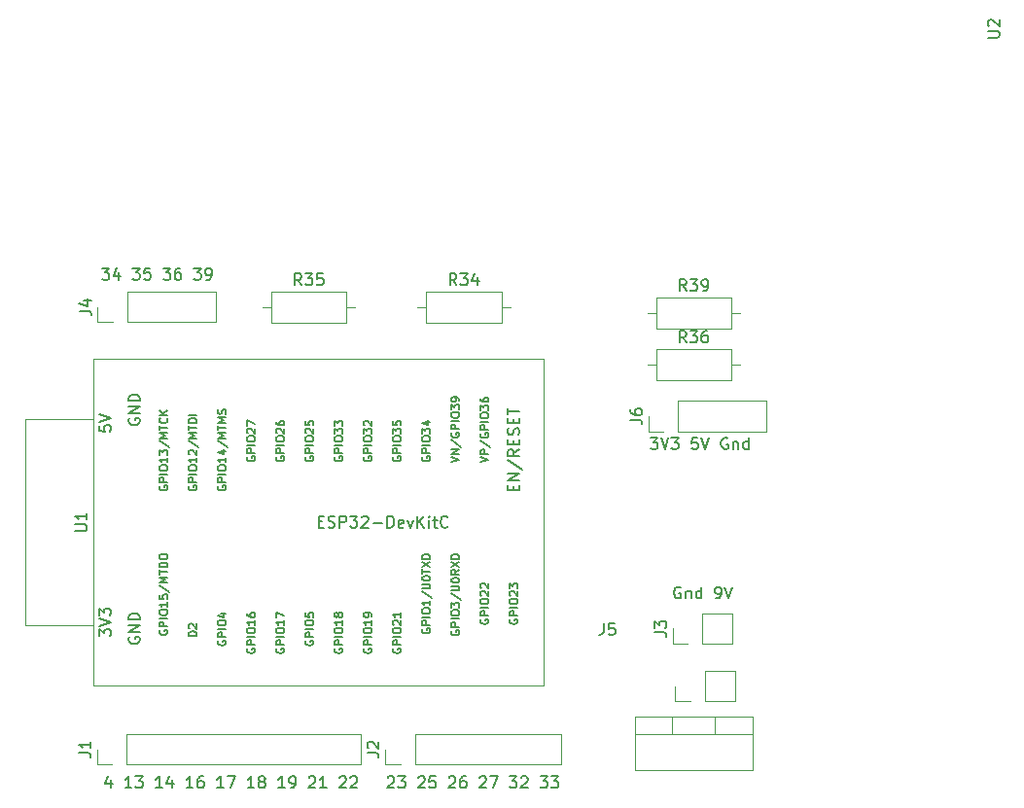
<source format=gbr>
%TF.GenerationSoftware,KiCad,Pcbnew,7.0.9*%
%TF.CreationDate,2024-01-04T21:37:17-05:00*%
%TF.ProjectId,PedalboardBrain,50656461-6c62-46f6-9172-64427261696e,rev?*%
%TF.SameCoordinates,Original*%
%TF.FileFunction,Legend,Top*%
%TF.FilePolarity,Positive*%
%FSLAX46Y46*%
G04 Gerber Fmt 4.6, Leading zero omitted, Abs format (unit mm)*
G04 Created by KiCad (PCBNEW 7.0.9) date 2024-01-04 21:37:17*
%MOMM*%
%LPD*%
G01*
G04 APERTURE LIST*
%ADD10C,0.150000*%
%ADD11C,0.120000*%
G04 APERTURE END LIST*
D10*
X139741541Y-40869819D02*
X140360588Y-40869819D01*
X140360588Y-40869819D02*
X140027255Y-41250771D01*
X140027255Y-41250771D02*
X140170112Y-41250771D01*
X140170112Y-41250771D02*
X140265350Y-41298390D01*
X140265350Y-41298390D02*
X140312969Y-41346009D01*
X140312969Y-41346009D02*
X140360588Y-41441247D01*
X140360588Y-41441247D02*
X140360588Y-41679342D01*
X140360588Y-41679342D02*
X140312969Y-41774580D01*
X140312969Y-41774580D02*
X140265350Y-41822200D01*
X140265350Y-41822200D02*
X140170112Y-41869819D01*
X140170112Y-41869819D02*
X139884398Y-41869819D01*
X139884398Y-41869819D02*
X139789160Y-41822200D01*
X139789160Y-41822200D02*
X139741541Y-41774580D01*
X140646303Y-40869819D02*
X140979636Y-41869819D01*
X140979636Y-41869819D02*
X141312969Y-40869819D01*
X141551065Y-40869819D02*
X142170112Y-40869819D01*
X142170112Y-40869819D02*
X141836779Y-41250771D01*
X141836779Y-41250771D02*
X141979636Y-41250771D01*
X141979636Y-41250771D02*
X142074874Y-41298390D01*
X142074874Y-41298390D02*
X142122493Y-41346009D01*
X142122493Y-41346009D02*
X142170112Y-41441247D01*
X142170112Y-41441247D02*
X142170112Y-41679342D01*
X142170112Y-41679342D02*
X142122493Y-41774580D01*
X142122493Y-41774580D02*
X142074874Y-41822200D01*
X142074874Y-41822200D02*
X141979636Y-41869819D01*
X141979636Y-41869819D02*
X141693922Y-41869819D01*
X141693922Y-41869819D02*
X141598684Y-41822200D01*
X141598684Y-41822200D02*
X141551065Y-41774580D01*
X143836779Y-40869819D02*
X143360589Y-40869819D01*
X143360589Y-40869819D02*
X143312970Y-41346009D01*
X143312970Y-41346009D02*
X143360589Y-41298390D01*
X143360589Y-41298390D02*
X143455827Y-41250771D01*
X143455827Y-41250771D02*
X143693922Y-41250771D01*
X143693922Y-41250771D02*
X143789160Y-41298390D01*
X143789160Y-41298390D02*
X143836779Y-41346009D01*
X143836779Y-41346009D02*
X143884398Y-41441247D01*
X143884398Y-41441247D02*
X143884398Y-41679342D01*
X143884398Y-41679342D02*
X143836779Y-41774580D01*
X143836779Y-41774580D02*
X143789160Y-41822200D01*
X143789160Y-41822200D02*
X143693922Y-41869819D01*
X143693922Y-41869819D02*
X143455827Y-41869819D01*
X143455827Y-41869819D02*
X143360589Y-41822200D01*
X143360589Y-41822200D02*
X143312970Y-41774580D01*
X144170113Y-40869819D02*
X144503446Y-41869819D01*
X144503446Y-41869819D02*
X144836779Y-40869819D01*
X146455827Y-40917438D02*
X146360589Y-40869819D01*
X146360589Y-40869819D02*
X146217732Y-40869819D01*
X146217732Y-40869819D02*
X146074875Y-40917438D01*
X146074875Y-40917438D02*
X145979637Y-41012676D01*
X145979637Y-41012676D02*
X145932018Y-41107914D01*
X145932018Y-41107914D02*
X145884399Y-41298390D01*
X145884399Y-41298390D02*
X145884399Y-41441247D01*
X145884399Y-41441247D02*
X145932018Y-41631723D01*
X145932018Y-41631723D02*
X145979637Y-41726961D01*
X145979637Y-41726961D02*
X146074875Y-41822200D01*
X146074875Y-41822200D02*
X146217732Y-41869819D01*
X146217732Y-41869819D02*
X146312970Y-41869819D01*
X146312970Y-41869819D02*
X146455827Y-41822200D01*
X146455827Y-41822200D02*
X146503446Y-41774580D01*
X146503446Y-41774580D02*
X146503446Y-41441247D01*
X146503446Y-41441247D02*
X146312970Y-41441247D01*
X146932018Y-41203152D02*
X146932018Y-41869819D01*
X146932018Y-41298390D02*
X146979637Y-41250771D01*
X146979637Y-41250771D02*
X147074875Y-41203152D01*
X147074875Y-41203152D02*
X147217732Y-41203152D01*
X147217732Y-41203152D02*
X147312970Y-41250771D01*
X147312970Y-41250771D02*
X147360589Y-41346009D01*
X147360589Y-41346009D02*
X147360589Y-41869819D01*
X148265351Y-41869819D02*
X148265351Y-40869819D01*
X148265351Y-41822200D02*
X148170113Y-41869819D01*
X148170113Y-41869819D02*
X147979637Y-41869819D01*
X147979637Y-41869819D02*
X147884399Y-41822200D01*
X147884399Y-41822200D02*
X147836780Y-41774580D01*
X147836780Y-41774580D02*
X147789161Y-41679342D01*
X147789161Y-41679342D02*
X147789161Y-41393628D01*
X147789161Y-41393628D02*
X147836780Y-41298390D01*
X147836780Y-41298390D02*
X147884399Y-41250771D01*
X147884399Y-41250771D02*
X147979637Y-41203152D01*
X147979637Y-41203152D02*
X148170113Y-41203152D01*
X148170113Y-41203152D02*
X148265351Y-41250771D01*
X92765350Y-70703152D02*
X92765350Y-71369819D01*
X92527255Y-70322200D02*
X92289160Y-71036485D01*
X92289160Y-71036485D02*
X92908207Y-71036485D01*
X94574874Y-71369819D02*
X94003446Y-71369819D01*
X94289160Y-71369819D02*
X94289160Y-70369819D01*
X94289160Y-70369819D02*
X94193922Y-70512676D01*
X94193922Y-70512676D02*
X94098684Y-70607914D01*
X94098684Y-70607914D02*
X94003446Y-70655533D01*
X94908208Y-70369819D02*
X95527255Y-70369819D01*
X95527255Y-70369819D02*
X95193922Y-70750771D01*
X95193922Y-70750771D02*
X95336779Y-70750771D01*
X95336779Y-70750771D02*
X95432017Y-70798390D01*
X95432017Y-70798390D02*
X95479636Y-70846009D01*
X95479636Y-70846009D02*
X95527255Y-70941247D01*
X95527255Y-70941247D02*
X95527255Y-71179342D01*
X95527255Y-71179342D02*
X95479636Y-71274580D01*
X95479636Y-71274580D02*
X95432017Y-71322200D01*
X95432017Y-71322200D02*
X95336779Y-71369819D01*
X95336779Y-71369819D02*
X95051065Y-71369819D01*
X95051065Y-71369819D02*
X94955827Y-71322200D01*
X94955827Y-71322200D02*
X94908208Y-71274580D01*
X97241541Y-71369819D02*
X96670113Y-71369819D01*
X96955827Y-71369819D02*
X96955827Y-70369819D01*
X96955827Y-70369819D02*
X96860589Y-70512676D01*
X96860589Y-70512676D02*
X96765351Y-70607914D01*
X96765351Y-70607914D02*
X96670113Y-70655533D01*
X98098684Y-70703152D02*
X98098684Y-71369819D01*
X97860589Y-70322200D02*
X97622494Y-71036485D01*
X97622494Y-71036485D02*
X98241541Y-71036485D01*
X99908208Y-71369819D02*
X99336780Y-71369819D01*
X99622494Y-71369819D02*
X99622494Y-70369819D01*
X99622494Y-70369819D02*
X99527256Y-70512676D01*
X99527256Y-70512676D02*
X99432018Y-70607914D01*
X99432018Y-70607914D02*
X99336780Y-70655533D01*
X100765351Y-70369819D02*
X100574875Y-70369819D01*
X100574875Y-70369819D02*
X100479637Y-70417438D01*
X100479637Y-70417438D02*
X100432018Y-70465057D01*
X100432018Y-70465057D02*
X100336780Y-70607914D01*
X100336780Y-70607914D02*
X100289161Y-70798390D01*
X100289161Y-70798390D02*
X100289161Y-71179342D01*
X100289161Y-71179342D02*
X100336780Y-71274580D01*
X100336780Y-71274580D02*
X100384399Y-71322200D01*
X100384399Y-71322200D02*
X100479637Y-71369819D01*
X100479637Y-71369819D02*
X100670113Y-71369819D01*
X100670113Y-71369819D02*
X100765351Y-71322200D01*
X100765351Y-71322200D02*
X100812970Y-71274580D01*
X100812970Y-71274580D02*
X100860589Y-71179342D01*
X100860589Y-71179342D02*
X100860589Y-70941247D01*
X100860589Y-70941247D02*
X100812970Y-70846009D01*
X100812970Y-70846009D02*
X100765351Y-70798390D01*
X100765351Y-70798390D02*
X100670113Y-70750771D01*
X100670113Y-70750771D02*
X100479637Y-70750771D01*
X100479637Y-70750771D02*
X100384399Y-70798390D01*
X100384399Y-70798390D02*
X100336780Y-70846009D01*
X100336780Y-70846009D02*
X100289161Y-70941247D01*
X102574875Y-71369819D02*
X102003447Y-71369819D01*
X102289161Y-71369819D02*
X102289161Y-70369819D01*
X102289161Y-70369819D02*
X102193923Y-70512676D01*
X102193923Y-70512676D02*
X102098685Y-70607914D01*
X102098685Y-70607914D02*
X102003447Y-70655533D01*
X102908209Y-70369819D02*
X103574875Y-70369819D01*
X103574875Y-70369819D02*
X103146304Y-71369819D01*
X105241542Y-71369819D02*
X104670114Y-71369819D01*
X104955828Y-71369819D02*
X104955828Y-70369819D01*
X104955828Y-70369819D02*
X104860590Y-70512676D01*
X104860590Y-70512676D02*
X104765352Y-70607914D01*
X104765352Y-70607914D02*
X104670114Y-70655533D01*
X105812971Y-70798390D02*
X105717733Y-70750771D01*
X105717733Y-70750771D02*
X105670114Y-70703152D01*
X105670114Y-70703152D02*
X105622495Y-70607914D01*
X105622495Y-70607914D02*
X105622495Y-70560295D01*
X105622495Y-70560295D02*
X105670114Y-70465057D01*
X105670114Y-70465057D02*
X105717733Y-70417438D01*
X105717733Y-70417438D02*
X105812971Y-70369819D01*
X105812971Y-70369819D02*
X106003447Y-70369819D01*
X106003447Y-70369819D02*
X106098685Y-70417438D01*
X106098685Y-70417438D02*
X106146304Y-70465057D01*
X106146304Y-70465057D02*
X106193923Y-70560295D01*
X106193923Y-70560295D02*
X106193923Y-70607914D01*
X106193923Y-70607914D02*
X106146304Y-70703152D01*
X106146304Y-70703152D02*
X106098685Y-70750771D01*
X106098685Y-70750771D02*
X106003447Y-70798390D01*
X106003447Y-70798390D02*
X105812971Y-70798390D01*
X105812971Y-70798390D02*
X105717733Y-70846009D01*
X105717733Y-70846009D02*
X105670114Y-70893628D01*
X105670114Y-70893628D02*
X105622495Y-70988866D01*
X105622495Y-70988866D02*
X105622495Y-71179342D01*
X105622495Y-71179342D02*
X105670114Y-71274580D01*
X105670114Y-71274580D02*
X105717733Y-71322200D01*
X105717733Y-71322200D02*
X105812971Y-71369819D01*
X105812971Y-71369819D02*
X106003447Y-71369819D01*
X106003447Y-71369819D02*
X106098685Y-71322200D01*
X106098685Y-71322200D02*
X106146304Y-71274580D01*
X106146304Y-71274580D02*
X106193923Y-71179342D01*
X106193923Y-71179342D02*
X106193923Y-70988866D01*
X106193923Y-70988866D02*
X106146304Y-70893628D01*
X106146304Y-70893628D02*
X106098685Y-70846009D01*
X106098685Y-70846009D02*
X106003447Y-70798390D01*
X107908209Y-71369819D02*
X107336781Y-71369819D01*
X107622495Y-71369819D02*
X107622495Y-70369819D01*
X107622495Y-70369819D02*
X107527257Y-70512676D01*
X107527257Y-70512676D02*
X107432019Y-70607914D01*
X107432019Y-70607914D02*
X107336781Y-70655533D01*
X108384400Y-71369819D02*
X108574876Y-71369819D01*
X108574876Y-71369819D02*
X108670114Y-71322200D01*
X108670114Y-71322200D02*
X108717733Y-71274580D01*
X108717733Y-71274580D02*
X108812971Y-71131723D01*
X108812971Y-71131723D02*
X108860590Y-70941247D01*
X108860590Y-70941247D02*
X108860590Y-70560295D01*
X108860590Y-70560295D02*
X108812971Y-70465057D01*
X108812971Y-70465057D02*
X108765352Y-70417438D01*
X108765352Y-70417438D02*
X108670114Y-70369819D01*
X108670114Y-70369819D02*
X108479638Y-70369819D01*
X108479638Y-70369819D02*
X108384400Y-70417438D01*
X108384400Y-70417438D02*
X108336781Y-70465057D01*
X108336781Y-70465057D02*
X108289162Y-70560295D01*
X108289162Y-70560295D02*
X108289162Y-70798390D01*
X108289162Y-70798390D02*
X108336781Y-70893628D01*
X108336781Y-70893628D02*
X108384400Y-70941247D01*
X108384400Y-70941247D02*
X108479638Y-70988866D01*
X108479638Y-70988866D02*
X108670114Y-70988866D01*
X108670114Y-70988866D02*
X108765352Y-70941247D01*
X108765352Y-70941247D02*
X108812971Y-70893628D01*
X108812971Y-70893628D02*
X108860590Y-70798390D01*
X110003448Y-70465057D02*
X110051067Y-70417438D01*
X110051067Y-70417438D02*
X110146305Y-70369819D01*
X110146305Y-70369819D02*
X110384400Y-70369819D01*
X110384400Y-70369819D02*
X110479638Y-70417438D01*
X110479638Y-70417438D02*
X110527257Y-70465057D01*
X110527257Y-70465057D02*
X110574876Y-70560295D01*
X110574876Y-70560295D02*
X110574876Y-70655533D01*
X110574876Y-70655533D02*
X110527257Y-70798390D01*
X110527257Y-70798390D02*
X109955829Y-71369819D01*
X109955829Y-71369819D02*
X110574876Y-71369819D01*
X111527257Y-71369819D02*
X110955829Y-71369819D01*
X111241543Y-71369819D02*
X111241543Y-70369819D01*
X111241543Y-70369819D02*
X111146305Y-70512676D01*
X111146305Y-70512676D02*
X111051067Y-70607914D01*
X111051067Y-70607914D02*
X110955829Y-70655533D01*
X112670115Y-70465057D02*
X112717734Y-70417438D01*
X112717734Y-70417438D02*
X112812972Y-70369819D01*
X112812972Y-70369819D02*
X113051067Y-70369819D01*
X113051067Y-70369819D02*
X113146305Y-70417438D01*
X113146305Y-70417438D02*
X113193924Y-70465057D01*
X113193924Y-70465057D02*
X113241543Y-70560295D01*
X113241543Y-70560295D02*
X113241543Y-70655533D01*
X113241543Y-70655533D02*
X113193924Y-70798390D01*
X113193924Y-70798390D02*
X112622496Y-71369819D01*
X112622496Y-71369819D02*
X113241543Y-71369819D01*
X113622496Y-70465057D02*
X113670115Y-70417438D01*
X113670115Y-70417438D02*
X113765353Y-70369819D01*
X113765353Y-70369819D02*
X114003448Y-70369819D01*
X114003448Y-70369819D02*
X114098686Y-70417438D01*
X114098686Y-70417438D02*
X114146305Y-70465057D01*
X114146305Y-70465057D02*
X114193924Y-70560295D01*
X114193924Y-70560295D02*
X114193924Y-70655533D01*
X114193924Y-70655533D02*
X114146305Y-70798390D01*
X114146305Y-70798390D02*
X113574877Y-71369819D01*
X113574877Y-71369819D02*
X114193924Y-71369819D01*
X116860592Y-70465057D02*
X116908211Y-70417438D01*
X116908211Y-70417438D02*
X117003449Y-70369819D01*
X117003449Y-70369819D02*
X117241544Y-70369819D01*
X117241544Y-70369819D02*
X117336782Y-70417438D01*
X117336782Y-70417438D02*
X117384401Y-70465057D01*
X117384401Y-70465057D02*
X117432020Y-70560295D01*
X117432020Y-70560295D02*
X117432020Y-70655533D01*
X117432020Y-70655533D02*
X117384401Y-70798390D01*
X117384401Y-70798390D02*
X116812973Y-71369819D01*
X116812973Y-71369819D02*
X117432020Y-71369819D01*
X117765354Y-70369819D02*
X118384401Y-70369819D01*
X118384401Y-70369819D02*
X118051068Y-70750771D01*
X118051068Y-70750771D02*
X118193925Y-70750771D01*
X118193925Y-70750771D02*
X118289163Y-70798390D01*
X118289163Y-70798390D02*
X118336782Y-70846009D01*
X118336782Y-70846009D02*
X118384401Y-70941247D01*
X118384401Y-70941247D02*
X118384401Y-71179342D01*
X118384401Y-71179342D02*
X118336782Y-71274580D01*
X118336782Y-71274580D02*
X118289163Y-71322200D01*
X118289163Y-71322200D02*
X118193925Y-71369819D01*
X118193925Y-71369819D02*
X117908211Y-71369819D01*
X117908211Y-71369819D02*
X117812973Y-71322200D01*
X117812973Y-71322200D02*
X117765354Y-71274580D01*
X119527259Y-70465057D02*
X119574878Y-70417438D01*
X119574878Y-70417438D02*
X119670116Y-70369819D01*
X119670116Y-70369819D02*
X119908211Y-70369819D01*
X119908211Y-70369819D02*
X120003449Y-70417438D01*
X120003449Y-70417438D02*
X120051068Y-70465057D01*
X120051068Y-70465057D02*
X120098687Y-70560295D01*
X120098687Y-70560295D02*
X120098687Y-70655533D01*
X120098687Y-70655533D02*
X120051068Y-70798390D01*
X120051068Y-70798390D02*
X119479640Y-71369819D01*
X119479640Y-71369819D02*
X120098687Y-71369819D01*
X121003449Y-70369819D02*
X120527259Y-70369819D01*
X120527259Y-70369819D02*
X120479640Y-70846009D01*
X120479640Y-70846009D02*
X120527259Y-70798390D01*
X120527259Y-70798390D02*
X120622497Y-70750771D01*
X120622497Y-70750771D02*
X120860592Y-70750771D01*
X120860592Y-70750771D02*
X120955830Y-70798390D01*
X120955830Y-70798390D02*
X121003449Y-70846009D01*
X121003449Y-70846009D02*
X121051068Y-70941247D01*
X121051068Y-70941247D02*
X121051068Y-71179342D01*
X121051068Y-71179342D02*
X121003449Y-71274580D01*
X121003449Y-71274580D02*
X120955830Y-71322200D01*
X120955830Y-71322200D02*
X120860592Y-71369819D01*
X120860592Y-71369819D02*
X120622497Y-71369819D01*
X120622497Y-71369819D02*
X120527259Y-71322200D01*
X120527259Y-71322200D02*
X120479640Y-71274580D01*
X122193926Y-70465057D02*
X122241545Y-70417438D01*
X122241545Y-70417438D02*
X122336783Y-70369819D01*
X122336783Y-70369819D02*
X122574878Y-70369819D01*
X122574878Y-70369819D02*
X122670116Y-70417438D01*
X122670116Y-70417438D02*
X122717735Y-70465057D01*
X122717735Y-70465057D02*
X122765354Y-70560295D01*
X122765354Y-70560295D02*
X122765354Y-70655533D01*
X122765354Y-70655533D02*
X122717735Y-70798390D01*
X122717735Y-70798390D02*
X122146307Y-71369819D01*
X122146307Y-71369819D02*
X122765354Y-71369819D01*
X123622497Y-70369819D02*
X123432021Y-70369819D01*
X123432021Y-70369819D02*
X123336783Y-70417438D01*
X123336783Y-70417438D02*
X123289164Y-70465057D01*
X123289164Y-70465057D02*
X123193926Y-70607914D01*
X123193926Y-70607914D02*
X123146307Y-70798390D01*
X123146307Y-70798390D02*
X123146307Y-71179342D01*
X123146307Y-71179342D02*
X123193926Y-71274580D01*
X123193926Y-71274580D02*
X123241545Y-71322200D01*
X123241545Y-71322200D02*
X123336783Y-71369819D01*
X123336783Y-71369819D02*
X123527259Y-71369819D01*
X123527259Y-71369819D02*
X123622497Y-71322200D01*
X123622497Y-71322200D02*
X123670116Y-71274580D01*
X123670116Y-71274580D02*
X123717735Y-71179342D01*
X123717735Y-71179342D02*
X123717735Y-70941247D01*
X123717735Y-70941247D02*
X123670116Y-70846009D01*
X123670116Y-70846009D02*
X123622497Y-70798390D01*
X123622497Y-70798390D02*
X123527259Y-70750771D01*
X123527259Y-70750771D02*
X123336783Y-70750771D01*
X123336783Y-70750771D02*
X123241545Y-70798390D01*
X123241545Y-70798390D02*
X123193926Y-70846009D01*
X123193926Y-70846009D02*
X123146307Y-70941247D01*
X124860593Y-70465057D02*
X124908212Y-70417438D01*
X124908212Y-70417438D02*
X125003450Y-70369819D01*
X125003450Y-70369819D02*
X125241545Y-70369819D01*
X125241545Y-70369819D02*
X125336783Y-70417438D01*
X125336783Y-70417438D02*
X125384402Y-70465057D01*
X125384402Y-70465057D02*
X125432021Y-70560295D01*
X125432021Y-70560295D02*
X125432021Y-70655533D01*
X125432021Y-70655533D02*
X125384402Y-70798390D01*
X125384402Y-70798390D02*
X124812974Y-71369819D01*
X124812974Y-71369819D02*
X125432021Y-71369819D01*
X125765355Y-70369819D02*
X126432021Y-70369819D01*
X126432021Y-70369819D02*
X126003450Y-71369819D01*
X127479641Y-70369819D02*
X128098688Y-70369819D01*
X128098688Y-70369819D02*
X127765355Y-70750771D01*
X127765355Y-70750771D02*
X127908212Y-70750771D01*
X127908212Y-70750771D02*
X128003450Y-70798390D01*
X128003450Y-70798390D02*
X128051069Y-70846009D01*
X128051069Y-70846009D02*
X128098688Y-70941247D01*
X128098688Y-70941247D02*
X128098688Y-71179342D01*
X128098688Y-71179342D02*
X128051069Y-71274580D01*
X128051069Y-71274580D02*
X128003450Y-71322200D01*
X128003450Y-71322200D02*
X127908212Y-71369819D01*
X127908212Y-71369819D02*
X127622498Y-71369819D01*
X127622498Y-71369819D02*
X127527260Y-71322200D01*
X127527260Y-71322200D02*
X127479641Y-71274580D01*
X128479641Y-70465057D02*
X128527260Y-70417438D01*
X128527260Y-70417438D02*
X128622498Y-70369819D01*
X128622498Y-70369819D02*
X128860593Y-70369819D01*
X128860593Y-70369819D02*
X128955831Y-70417438D01*
X128955831Y-70417438D02*
X129003450Y-70465057D01*
X129003450Y-70465057D02*
X129051069Y-70560295D01*
X129051069Y-70560295D02*
X129051069Y-70655533D01*
X129051069Y-70655533D02*
X129003450Y-70798390D01*
X129003450Y-70798390D02*
X128432022Y-71369819D01*
X128432022Y-71369819D02*
X129051069Y-71369819D01*
X130146308Y-70369819D02*
X130765355Y-70369819D01*
X130765355Y-70369819D02*
X130432022Y-70750771D01*
X130432022Y-70750771D02*
X130574879Y-70750771D01*
X130574879Y-70750771D02*
X130670117Y-70798390D01*
X130670117Y-70798390D02*
X130717736Y-70846009D01*
X130717736Y-70846009D02*
X130765355Y-70941247D01*
X130765355Y-70941247D02*
X130765355Y-71179342D01*
X130765355Y-71179342D02*
X130717736Y-71274580D01*
X130717736Y-71274580D02*
X130670117Y-71322200D01*
X130670117Y-71322200D02*
X130574879Y-71369819D01*
X130574879Y-71369819D02*
X130289165Y-71369819D01*
X130289165Y-71369819D02*
X130193927Y-71322200D01*
X130193927Y-71322200D02*
X130146308Y-71274580D01*
X131098689Y-70369819D02*
X131717736Y-70369819D01*
X131717736Y-70369819D02*
X131384403Y-70750771D01*
X131384403Y-70750771D02*
X131527260Y-70750771D01*
X131527260Y-70750771D02*
X131622498Y-70798390D01*
X131622498Y-70798390D02*
X131670117Y-70846009D01*
X131670117Y-70846009D02*
X131717736Y-70941247D01*
X131717736Y-70941247D02*
X131717736Y-71179342D01*
X131717736Y-71179342D02*
X131670117Y-71274580D01*
X131670117Y-71274580D02*
X131622498Y-71322200D01*
X131622498Y-71322200D02*
X131527260Y-71369819D01*
X131527260Y-71369819D02*
X131241546Y-71369819D01*
X131241546Y-71369819D02*
X131146308Y-71322200D01*
X131146308Y-71322200D02*
X131098689Y-71274580D01*
X91991541Y-26119819D02*
X92610588Y-26119819D01*
X92610588Y-26119819D02*
X92277255Y-26500771D01*
X92277255Y-26500771D02*
X92420112Y-26500771D01*
X92420112Y-26500771D02*
X92515350Y-26548390D01*
X92515350Y-26548390D02*
X92562969Y-26596009D01*
X92562969Y-26596009D02*
X92610588Y-26691247D01*
X92610588Y-26691247D02*
X92610588Y-26929342D01*
X92610588Y-26929342D02*
X92562969Y-27024580D01*
X92562969Y-27024580D02*
X92515350Y-27072200D01*
X92515350Y-27072200D02*
X92420112Y-27119819D01*
X92420112Y-27119819D02*
X92134398Y-27119819D01*
X92134398Y-27119819D02*
X92039160Y-27072200D01*
X92039160Y-27072200D02*
X91991541Y-27024580D01*
X93467731Y-26453152D02*
X93467731Y-27119819D01*
X93229636Y-26072200D02*
X92991541Y-26786485D01*
X92991541Y-26786485D02*
X93610588Y-26786485D01*
X94658208Y-26119819D02*
X95277255Y-26119819D01*
X95277255Y-26119819D02*
X94943922Y-26500771D01*
X94943922Y-26500771D02*
X95086779Y-26500771D01*
X95086779Y-26500771D02*
X95182017Y-26548390D01*
X95182017Y-26548390D02*
X95229636Y-26596009D01*
X95229636Y-26596009D02*
X95277255Y-26691247D01*
X95277255Y-26691247D02*
X95277255Y-26929342D01*
X95277255Y-26929342D02*
X95229636Y-27024580D01*
X95229636Y-27024580D02*
X95182017Y-27072200D01*
X95182017Y-27072200D02*
X95086779Y-27119819D01*
X95086779Y-27119819D02*
X94801065Y-27119819D01*
X94801065Y-27119819D02*
X94705827Y-27072200D01*
X94705827Y-27072200D02*
X94658208Y-27024580D01*
X96182017Y-26119819D02*
X95705827Y-26119819D01*
X95705827Y-26119819D02*
X95658208Y-26596009D01*
X95658208Y-26596009D02*
X95705827Y-26548390D01*
X95705827Y-26548390D02*
X95801065Y-26500771D01*
X95801065Y-26500771D02*
X96039160Y-26500771D01*
X96039160Y-26500771D02*
X96134398Y-26548390D01*
X96134398Y-26548390D02*
X96182017Y-26596009D01*
X96182017Y-26596009D02*
X96229636Y-26691247D01*
X96229636Y-26691247D02*
X96229636Y-26929342D01*
X96229636Y-26929342D02*
X96182017Y-27024580D01*
X96182017Y-27024580D02*
X96134398Y-27072200D01*
X96134398Y-27072200D02*
X96039160Y-27119819D01*
X96039160Y-27119819D02*
X95801065Y-27119819D01*
X95801065Y-27119819D02*
X95705827Y-27072200D01*
X95705827Y-27072200D02*
X95658208Y-27024580D01*
X97324875Y-26119819D02*
X97943922Y-26119819D01*
X97943922Y-26119819D02*
X97610589Y-26500771D01*
X97610589Y-26500771D02*
X97753446Y-26500771D01*
X97753446Y-26500771D02*
X97848684Y-26548390D01*
X97848684Y-26548390D02*
X97896303Y-26596009D01*
X97896303Y-26596009D02*
X97943922Y-26691247D01*
X97943922Y-26691247D02*
X97943922Y-26929342D01*
X97943922Y-26929342D02*
X97896303Y-27024580D01*
X97896303Y-27024580D02*
X97848684Y-27072200D01*
X97848684Y-27072200D02*
X97753446Y-27119819D01*
X97753446Y-27119819D02*
X97467732Y-27119819D01*
X97467732Y-27119819D02*
X97372494Y-27072200D01*
X97372494Y-27072200D02*
X97324875Y-27024580D01*
X98801065Y-26119819D02*
X98610589Y-26119819D01*
X98610589Y-26119819D02*
X98515351Y-26167438D01*
X98515351Y-26167438D02*
X98467732Y-26215057D01*
X98467732Y-26215057D02*
X98372494Y-26357914D01*
X98372494Y-26357914D02*
X98324875Y-26548390D01*
X98324875Y-26548390D02*
X98324875Y-26929342D01*
X98324875Y-26929342D02*
X98372494Y-27024580D01*
X98372494Y-27024580D02*
X98420113Y-27072200D01*
X98420113Y-27072200D02*
X98515351Y-27119819D01*
X98515351Y-27119819D02*
X98705827Y-27119819D01*
X98705827Y-27119819D02*
X98801065Y-27072200D01*
X98801065Y-27072200D02*
X98848684Y-27024580D01*
X98848684Y-27024580D02*
X98896303Y-26929342D01*
X98896303Y-26929342D02*
X98896303Y-26691247D01*
X98896303Y-26691247D02*
X98848684Y-26596009D01*
X98848684Y-26596009D02*
X98801065Y-26548390D01*
X98801065Y-26548390D02*
X98705827Y-26500771D01*
X98705827Y-26500771D02*
X98515351Y-26500771D01*
X98515351Y-26500771D02*
X98420113Y-26548390D01*
X98420113Y-26548390D02*
X98372494Y-26596009D01*
X98372494Y-26596009D02*
X98324875Y-26691247D01*
X99991542Y-26119819D02*
X100610589Y-26119819D01*
X100610589Y-26119819D02*
X100277256Y-26500771D01*
X100277256Y-26500771D02*
X100420113Y-26500771D01*
X100420113Y-26500771D02*
X100515351Y-26548390D01*
X100515351Y-26548390D02*
X100562970Y-26596009D01*
X100562970Y-26596009D02*
X100610589Y-26691247D01*
X100610589Y-26691247D02*
X100610589Y-26929342D01*
X100610589Y-26929342D02*
X100562970Y-27024580D01*
X100562970Y-27024580D02*
X100515351Y-27072200D01*
X100515351Y-27072200D02*
X100420113Y-27119819D01*
X100420113Y-27119819D02*
X100134399Y-27119819D01*
X100134399Y-27119819D02*
X100039161Y-27072200D01*
X100039161Y-27072200D02*
X99991542Y-27024580D01*
X101086780Y-27119819D02*
X101277256Y-27119819D01*
X101277256Y-27119819D02*
X101372494Y-27072200D01*
X101372494Y-27072200D02*
X101420113Y-27024580D01*
X101420113Y-27024580D02*
X101515351Y-26881723D01*
X101515351Y-26881723D02*
X101562970Y-26691247D01*
X101562970Y-26691247D02*
X101562970Y-26310295D01*
X101562970Y-26310295D02*
X101515351Y-26215057D01*
X101515351Y-26215057D02*
X101467732Y-26167438D01*
X101467732Y-26167438D02*
X101372494Y-26119819D01*
X101372494Y-26119819D02*
X101182018Y-26119819D01*
X101182018Y-26119819D02*
X101086780Y-26167438D01*
X101086780Y-26167438D02*
X101039161Y-26215057D01*
X101039161Y-26215057D02*
X100991542Y-26310295D01*
X100991542Y-26310295D02*
X100991542Y-26548390D01*
X100991542Y-26548390D02*
X101039161Y-26643628D01*
X101039161Y-26643628D02*
X101086780Y-26691247D01*
X101086780Y-26691247D02*
X101182018Y-26738866D01*
X101182018Y-26738866D02*
X101372494Y-26738866D01*
X101372494Y-26738866D02*
X101467732Y-26691247D01*
X101467732Y-26691247D02*
X101515351Y-26643628D01*
X101515351Y-26643628D02*
X101562970Y-26548390D01*
X142360588Y-53917438D02*
X142265350Y-53869819D01*
X142265350Y-53869819D02*
X142122493Y-53869819D01*
X142122493Y-53869819D02*
X141979636Y-53917438D01*
X141979636Y-53917438D02*
X141884398Y-54012676D01*
X141884398Y-54012676D02*
X141836779Y-54107914D01*
X141836779Y-54107914D02*
X141789160Y-54298390D01*
X141789160Y-54298390D02*
X141789160Y-54441247D01*
X141789160Y-54441247D02*
X141836779Y-54631723D01*
X141836779Y-54631723D02*
X141884398Y-54726961D01*
X141884398Y-54726961D02*
X141979636Y-54822200D01*
X141979636Y-54822200D02*
X142122493Y-54869819D01*
X142122493Y-54869819D02*
X142217731Y-54869819D01*
X142217731Y-54869819D02*
X142360588Y-54822200D01*
X142360588Y-54822200D02*
X142408207Y-54774580D01*
X142408207Y-54774580D02*
X142408207Y-54441247D01*
X142408207Y-54441247D02*
X142217731Y-54441247D01*
X142836779Y-54203152D02*
X142836779Y-54869819D01*
X142836779Y-54298390D02*
X142884398Y-54250771D01*
X142884398Y-54250771D02*
X142979636Y-54203152D01*
X142979636Y-54203152D02*
X143122493Y-54203152D01*
X143122493Y-54203152D02*
X143217731Y-54250771D01*
X143217731Y-54250771D02*
X143265350Y-54346009D01*
X143265350Y-54346009D02*
X143265350Y-54869819D01*
X144170112Y-54869819D02*
X144170112Y-53869819D01*
X144170112Y-54822200D02*
X144074874Y-54869819D01*
X144074874Y-54869819D02*
X143884398Y-54869819D01*
X143884398Y-54869819D02*
X143789160Y-54822200D01*
X143789160Y-54822200D02*
X143741541Y-54774580D01*
X143741541Y-54774580D02*
X143693922Y-54679342D01*
X143693922Y-54679342D02*
X143693922Y-54393628D01*
X143693922Y-54393628D02*
X143741541Y-54298390D01*
X143741541Y-54298390D02*
X143789160Y-54250771D01*
X143789160Y-54250771D02*
X143884398Y-54203152D01*
X143884398Y-54203152D02*
X144074874Y-54203152D01*
X144074874Y-54203152D02*
X144170112Y-54250771D01*
X145455827Y-54869819D02*
X145646303Y-54869819D01*
X145646303Y-54869819D02*
X145741541Y-54822200D01*
X145741541Y-54822200D02*
X145789160Y-54774580D01*
X145789160Y-54774580D02*
X145884398Y-54631723D01*
X145884398Y-54631723D02*
X145932017Y-54441247D01*
X145932017Y-54441247D02*
X145932017Y-54060295D01*
X145932017Y-54060295D02*
X145884398Y-53965057D01*
X145884398Y-53965057D02*
X145836779Y-53917438D01*
X145836779Y-53917438D02*
X145741541Y-53869819D01*
X145741541Y-53869819D02*
X145551065Y-53869819D01*
X145551065Y-53869819D02*
X145455827Y-53917438D01*
X145455827Y-53917438D02*
X145408208Y-53965057D01*
X145408208Y-53965057D02*
X145360589Y-54060295D01*
X145360589Y-54060295D02*
X145360589Y-54298390D01*
X145360589Y-54298390D02*
X145408208Y-54393628D01*
X145408208Y-54393628D02*
X145455827Y-54441247D01*
X145455827Y-54441247D02*
X145551065Y-54488866D01*
X145551065Y-54488866D02*
X145741541Y-54488866D01*
X145741541Y-54488866D02*
X145836779Y-54441247D01*
X145836779Y-54441247D02*
X145884398Y-54393628D01*
X145884398Y-54393628D02*
X145932017Y-54298390D01*
X146217732Y-53869819D02*
X146551065Y-54869819D01*
X146551065Y-54869819D02*
X146884398Y-53869819D01*
X89659819Y-49010024D02*
X90469342Y-49010024D01*
X90469342Y-49010024D02*
X90564580Y-48962405D01*
X90564580Y-48962405D02*
X90612200Y-48914786D01*
X90612200Y-48914786D02*
X90659819Y-48819548D01*
X90659819Y-48819548D02*
X90659819Y-48629072D01*
X90659819Y-48629072D02*
X90612200Y-48533834D01*
X90612200Y-48533834D02*
X90564580Y-48486215D01*
X90564580Y-48486215D02*
X90469342Y-48438596D01*
X90469342Y-48438596D02*
X89659819Y-48438596D01*
X90659819Y-47438596D02*
X90659819Y-48010024D01*
X90659819Y-47724310D02*
X89659819Y-47724310D01*
X89659819Y-47724310D02*
X89802676Y-47819548D01*
X89802676Y-47819548D02*
X89897914Y-47914786D01*
X89897914Y-47914786D02*
X89945533Y-48010024D01*
X110839762Y-48179129D02*
X111173095Y-48179129D01*
X111315952Y-48702939D02*
X110839762Y-48702939D01*
X110839762Y-48702939D02*
X110839762Y-47702939D01*
X110839762Y-47702939D02*
X111315952Y-47702939D01*
X111696905Y-48655320D02*
X111839762Y-48702939D01*
X111839762Y-48702939D02*
X112077857Y-48702939D01*
X112077857Y-48702939D02*
X112173095Y-48655320D01*
X112173095Y-48655320D02*
X112220714Y-48607700D01*
X112220714Y-48607700D02*
X112268333Y-48512462D01*
X112268333Y-48512462D02*
X112268333Y-48417224D01*
X112268333Y-48417224D02*
X112220714Y-48321986D01*
X112220714Y-48321986D02*
X112173095Y-48274367D01*
X112173095Y-48274367D02*
X112077857Y-48226748D01*
X112077857Y-48226748D02*
X111887381Y-48179129D01*
X111887381Y-48179129D02*
X111792143Y-48131510D01*
X111792143Y-48131510D02*
X111744524Y-48083891D01*
X111744524Y-48083891D02*
X111696905Y-47988653D01*
X111696905Y-47988653D02*
X111696905Y-47893415D01*
X111696905Y-47893415D02*
X111744524Y-47798177D01*
X111744524Y-47798177D02*
X111792143Y-47750558D01*
X111792143Y-47750558D02*
X111887381Y-47702939D01*
X111887381Y-47702939D02*
X112125476Y-47702939D01*
X112125476Y-47702939D02*
X112268333Y-47750558D01*
X112696905Y-48702939D02*
X112696905Y-47702939D01*
X112696905Y-47702939D02*
X113077857Y-47702939D01*
X113077857Y-47702939D02*
X113173095Y-47750558D01*
X113173095Y-47750558D02*
X113220714Y-47798177D01*
X113220714Y-47798177D02*
X113268333Y-47893415D01*
X113268333Y-47893415D02*
X113268333Y-48036272D01*
X113268333Y-48036272D02*
X113220714Y-48131510D01*
X113220714Y-48131510D02*
X113173095Y-48179129D01*
X113173095Y-48179129D02*
X113077857Y-48226748D01*
X113077857Y-48226748D02*
X112696905Y-48226748D01*
X113601667Y-47702939D02*
X114220714Y-47702939D01*
X114220714Y-47702939D02*
X113887381Y-48083891D01*
X113887381Y-48083891D02*
X114030238Y-48083891D01*
X114030238Y-48083891D02*
X114125476Y-48131510D01*
X114125476Y-48131510D02*
X114173095Y-48179129D01*
X114173095Y-48179129D02*
X114220714Y-48274367D01*
X114220714Y-48274367D02*
X114220714Y-48512462D01*
X114220714Y-48512462D02*
X114173095Y-48607700D01*
X114173095Y-48607700D02*
X114125476Y-48655320D01*
X114125476Y-48655320D02*
X114030238Y-48702939D01*
X114030238Y-48702939D02*
X113744524Y-48702939D01*
X113744524Y-48702939D02*
X113649286Y-48655320D01*
X113649286Y-48655320D02*
X113601667Y-48607700D01*
X114601667Y-47798177D02*
X114649286Y-47750558D01*
X114649286Y-47750558D02*
X114744524Y-47702939D01*
X114744524Y-47702939D02*
X114982619Y-47702939D01*
X114982619Y-47702939D02*
X115077857Y-47750558D01*
X115077857Y-47750558D02*
X115125476Y-47798177D01*
X115125476Y-47798177D02*
X115173095Y-47893415D01*
X115173095Y-47893415D02*
X115173095Y-47988653D01*
X115173095Y-47988653D02*
X115125476Y-48131510D01*
X115125476Y-48131510D02*
X114554048Y-48702939D01*
X114554048Y-48702939D02*
X115173095Y-48702939D01*
X115601667Y-48321986D02*
X116363572Y-48321986D01*
X116839762Y-48702939D02*
X116839762Y-47702939D01*
X116839762Y-47702939D02*
X117077857Y-47702939D01*
X117077857Y-47702939D02*
X117220714Y-47750558D01*
X117220714Y-47750558D02*
X117315952Y-47845796D01*
X117315952Y-47845796D02*
X117363571Y-47941034D01*
X117363571Y-47941034D02*
X117411190Y-48131510D01*
X117411190Y-48131510D02*
X117411190Y-48274367D01*
X117411190Y-48274367D02*
X117363571Y-48464843D01*
X117363571Y-48464843D02*
X117315952Y-48560081D01*
X117315952Y-48560081D02*
X117220714Y-48655320D01*
X117220714Y-48655320D02*
X117077857Y-48702939D01*
X117077857Y-48702939D02*
X116839762Y-48702939D01*
X118220714Y-48655320D02*
X118125476Y-48702939D01*
X118125476Y-48702939D02*
X117935000Y-48702939D01*
X117935000Y-48702939D02*
X117839762Y-48655320D01*
X117839762Y-48655320D02*
X117792143Y-48560081D01*
X117792143Y-48560081D02*
X117792143Y-48179129D01*
X117792143Y-48179129D02*
X117839762Y-48083891D01*
X117839762Y-48083891D02*
X117935000Y-48036272D01*
X117935000Y-48036272D02*
X118125476Y-48036272D01*
X118125476Y-48036272D02*
X118220714Y-48083891D01*
X118220714Y-48083891D02*
X118268333Y-48179129D01*
X118268333Y-48179129D02*
X118268333Y-48274367D01*
X118268333Y-48274367D02*
X117792143Y-48369605D01*
X118601667Y-48036272D02*
X118839762Y-48702939D01*
X118839762Y-48702939D02*
X119077857Y-48036272D01*
X119458810Y-48702939D02*
X119458810Y-47702939D01*
X120030238Y-48702939D02*
X119601667Y-48131510D01*
X120030238Y-47702939D02*
X119458810Y-48274367D01*
X120458810Y-48702939D02*
X120458810Y-48036272D01*
X120458810Y-47702939D02*
X120411191Y-47750558D01*
X120411191Y-47750558D02*
X120458810Y-47798177D01*
X120458810Y-47798177D02*
X120506429Y-47750558D01*
X120506429Y-47750558D02*
X120458810Y-47702939D01*
X120458810Y-47702939D02*
X120458810Y-47798177D01*
X120792143Y-48036272D02*
X121173095Y-48036272D01*
X120935000Y-47702939D02*
X120935000Y-48560081D01*
X120935000Y-48560081D02*
X120982619Y-48655320D01*
X120982619Y-48655320D02*
X121077857Y-48702939D01*
X121077857Y-48702939D02*
X121173095Y-48702939D01*
X122077857Y-48607700D02*
X122030238Y-48655320D01*
X122030238Y-48655320D02*
X121887381Y-48702939D01*
X121887381Y-48702939D02*
X121792143Y-48702939D01*
X121792143Y-48702939D02*
X121649286Y-48655320D01*
X121649286Y-48655320D02*
X121554048Y-48560081D01*
X121554048Y-48560081D02*
X121506429Y-48464843D01*
X121506429Y-48464843D02*
X121458810Y-48274367D01*
X121458810Y-48274367D02*
X121458810Y-48131510D01*
X121458810Y-48131510D02*
X121506429Y-47941034D01*
X121506429Y-47941034D02*
X121554048Y-47845796D01*
X121554048Y-47845796D02*
X121649286Y-47750558D01*
X121649286Y-47750558D02*
X121792143Y-47702939D01*
X121792143Y-47702939D02*
X121887381Y-47702939D01*
X121887381Y-47702939D02*
X122030238Y-47750558D01*
X122030238Y-47750558D02*
X122077857Y-47798177D01*
X119894366Y-42536102D02*
X119861033Y-42602769D01*
X119861033Y-42602769D02*
X119861033Y-42702769D01*
X119861033Y-42702769D02*
X119894366Y-42802769D01*
X119894366Y-42802769D02*
X119961033Y-42869436D01*
X119961033Y-42869436D02*
X120027700Y-42902769D01*
X120027700Y-42902769D02*
X120161033Y-42936102D01*
X120161033Y-42936102D02*
X120261033Y-42936102D01*
X120261033Y-42936102D02*
X120394366Y-42902769D01*
X120394366Y-42902769D02*
X120461033Y-42869436D01*
X120461033Y-42869436D02*
X120527700Y-42802769D01*
X120527700Y-42802769D02*
X120561033Y-42702769D01*
X120561033Y-42702769D02*
X120561033Y-42636102D01*
X120561033Y-42636102D02*
X120527700Y-42536102D01*
X120527700Y-42536102D02*
X120494366Y-42502769D01*
X120494366Y-42502769D02*
X120261033Y-42502769D01*
X120261033Y-42502769D02*
X120261033Y-42636102D01*
X120561033Y-42202769D02*
X119861033Y-42202769D01*
X119861033Y-42202769D02*
X119861033Y-41936102D01*
X119861033Y-41936102D02*
X119894366Y-41869436D01*
X119894366Y-41869436D02*
X119927700Y-41836102D01*
X119927700Y-41836102D02*
X119994366Y-41802769D01*
X119994366Y-41802769D02*
X120094366Y-41802769D01*
X120094366Y-41802769D02*
X120161033Y-41836102D01*
X120161033Y-41836102D02*
X120194366Y-41869436D01*
X120194366Y-41869436D02*
X120227700Y-41936102D01*
X120227700Y-41936102D02*
X120227700Y-42202769D01*
X120561033Y-41502769D02*
X119861033Y-41502769D01*
X119861033Y-41036103D02*
X119861033Y-40902769D01*
X119861033Y-40902769D02*
X119894366Y-40836103D01*
X119894366Y-40836103D02*
X119961033Y-40769436D01*
X119961033Y-40769436D02*
X120094366Y-40736103D01*
X120094366Y-40736103D02*
X120327700Y-40736103D01*
X120327700Y-40736103D02*
X120461033Y-40769436D01*
X120461033Y-40769436D02*
X120527700Y-40836103D01*
X120527700Y-40836103D02*
X120561033Y-40902769D01*
X120561033Y-40902769D02*
X120561033Y-41036103D01*
X120561033Y-41036103D02*
X120527700Y-41102769D01*
X120527700Y-41102769D02*
X120461033Y-41169436D01*
X120461033Y-41169436D02*
X120327700Y-41202769D01*
X120327700Y-41202769D02*
X120094366Y-41202769D01*
X120094366Y-41202769D02*
X119961033Y-41169436D01*
X119961033Y-41169436D02*
X119894366Y-41102769D01*
X119894366Y-41102769D02*
X119861033Y-41036103D01*
X119861033Y-40502770D02*
X119861033Y-40069436D01*
X119861033Y-40069436D02*
X120127700Y-40302770D01*
X120127700Y-40302770D02*
X120127700Y-40202770D01*
X120127700Y-40202770D02*
X120161033Y-40136103D01*
X120161033Y-40136103D02*
X120194366Y-40102770D01*
X120194366Y-40102770D02*
X120261033Y-40069436D01*
X120261033Y-40069436D02*
X120427700Y-40069436D01*
X120427700Y-40069436D02*
X120494366Y-40102770D01*
X120494366Y-40102770D02*
X120527700Y-40136103D01*
X120527700Y-40136103D02*
X120561033Y-40202770D01*
X120561033Y-40202770D02*
X120561033Y-40402770D01*
X120561033Y-40402770D02*
X120527700Y-40469436D01*
X120527700Y-40469436D02*
X120494366Y-40502770D01*
X120094366Y-39469436D02*
X120561033Y-39469436D01*
X119827700Y-39636103D02*
X120327700Y-39802769D01*
X120327700Y-39802769D02*
X120327700Y-39369436D01*
X94347438Y-58252518D02*
X94299819Y-58347756D01*
X94299819Y-58347756D02*
X94299819Y-58490613D01*
X94299819Y-58490613D02*
X94347438Y-58633470D01*
X94347438Y-58633470D02*
X94442676Y-58728708D01*
X94442676Y-58728708D02*
X94537914Y-58776327D01*
X94537914Y-58776327D02*
X94728390Y-58823946D01*
X94728390Y-58823946D02*
X94871247Y-58823946D01*
X94871247Y-58823946D02*
X95061723Y-58776327D01*
X95061723Y-58776327D02*
X95156961Y-58728708D01*
X95156961Y-58728708D02*
X95252200Y-58633470D01*
X95252200Y-58633470D02*
X95299819Y-58490613D01*
X95299819Y-58490613D02*
X95299819Y-58395375D01*
X95299819Y-58395375D02*
X95252200Y-58252518D01*
X95252200Y-58252518D02*
X95204580Y-58204899D01*
X95204580Y-58204899D02*
X94871247Y-58204899D01*
X94871247Y-58204899D02*
X94871247Y-58395375D01*
X95299819Y-57776327D02*
X94299819Y-57776327D01*
X94299819Y-57776327D02*
X95299819Y-57204899D01*
X95299819Y-57204899D02*
X94299819Y-57204899D01*
X95299819Y-56728708D02*
X94299819Y-56728708D01*
X94299819Y-56728708D02*
X94299819Y-56490613D01*
X94299819Y-56490613D02*
X94347438Y-56347756D01*
X94347438Y-56347756D02*
X94442676Y-56252518D01*
X94442676Y-56252518D02*
X94537914Y-56204899D01*
X94537914Y-56204899D02*
X94728390Y-56157280D01*
X94728390Y-56157280D02*
X94871247Y-56157280D01*
X94871247Y-56157280D02*
X95061723Y-56204899D01*
X95061723Y-56204899D02*
X95156961Y-56252518D01*
X95156961Y-56252518D02*
X95252200Y-56347756D01*
X95252200Y-56347756D02*
X95299819Y-56490613D01*
X95299819Y-56490613D02*
X95299819Y-56728708D01*
X127796009Y-45472518D02*
X127796009Y-45139185D01*
X128319819Y-44996328D02*
X128319819Y-45472518D01*
X128319819Y-45472518D02*
X127319819Y-45472518D01*
X127319819Y-45472518D02*
X127319819Y-44996328D01*
X128319819Y-44567756D02*
X127319819Y-44567756D01*
X127319819Y-44567756D02*
X128319819Y-43996328D01*
X128319819Y-43996328D02*
X127319819Y-43996328D01*
X127272200Y-42805852D02*
X128557914Y-43662994D01*
X128319819Y-41901090D02*
X127843628Y-42234423D01*
X128319819Y-42472518D02*
X127319819Y-42472518D01*
X127319819Y-42472518D02*
X127319819Y-42091566D01*
X127319819Y-42091566D02*
X127367438Y-41996328D01*
X127367438Y-41996328D02*
X127415057Y-41948709D01*
X127415057Y-41948709D02*
X127510295Y-41901090D01*
X127510295Y-41901090D02*
X127653152Y-41901090D01*
X127653152Y-41901090D02*
X127748390Y-41948709D01*
X127748390Y-41948709D02*
X127796009Y-41996328D01*
X127796009Y-41996328D02*
X127843628Y-42091566D01*
X127843628Y-42091566D02*
X127843628Y-42472518D01*
X127796009Y-41472518D02*
X127796009Y-41139185D01*
X128319819Y-40996328D02*
X128319819Y-41472518D01*
X128319819Y-41472518D02*
X127319819Y-41472518D01*
X127319819Y-41472518D02*
X127319819Y-40996328D01*
X128272200Y-40615375D02*
X128319819Y-40472518D01*
X128319819Y-40472518D02*
X128319819Y-40234423D01*
X128319819Y-40234423D02*
X128272200Y-40139185D01*
X128272200Y-40139185D02*
X128224580Y-40091566D01*
X128224580Y-40091566D02*
X128129342Y-40043947D01*
X128129342Y-40043947D02*
X128034104Y-40043947D01*
X128034104Y-40043947D02*
X127938866Y-40091566D01*
X127938866Y-40091566D02*
X127891247Y-40139185D01*
X127891247Y-40139185D02*
X127843628Y-40234423D01*
X127843628Y-40234423D02*
X127796009Y-40424899D01*
X127796009Y-40424899D02*
X127748390Y-40520137D01*
X127748390Y-40520137D02*
X127700771Y-40567756D01*
X127700771Y-40567756D02*
X127605533Y-40615375D01*
X127605533Y-40615375D02*
X127510295Y-40615375D01*
X127510295Y-40615375D02*
X127415057Y-40567756D01*
X127415057Y-40567756D02*
X127367438Y-40520137D01*
X127367438Y-40520137D02*
X127319819Y-40424899D01*
X127319819Y-40424899D02*
X127319819Y-40186804D01*
X127319819Y-40186804D02*
X127367438Y-40043947D01*
X127796009Y-39615375D02*
X127796009Y-39282042D01*
X128319819Y-39139185D02*
X128319819Y-39615375D01*
X128319819Y-39615375D02*
X127319819Y-39615375D01*
X127319819Y-39615375D02*
X127319819Y-39139185D01*
X127319819Y-38853470D02*
X127319819Y-38282042D01*
X128319819Y-38567756D02*
X127319819Y-38567756D01*
X112274366Y-42536102D02*
X112241033Y-42602769D01*
X112241033Y-42602769D02*
X112241033Y-42702769D01*
X112241033Y-42702769D02*
X112274366Y-42802769D01*
X112274366Y-42802769D02*
X112341033Y-42869436D01*
X112341033Y-42869436D02*
X112407700Y-42902769D01*
X112407700Y-42902769D02*
X112541033Y-42936102D01*
X112541033Y-42936102D02*
X112641033Y-42936102D01*
X112641033Y-42936102D02*
X112774366Y-42902769D01*
X112774366Y-42902769D02*
X112841033Y-42869436D01*
X112841033Y-42869436D02*
X112907700Y-42802769D01*
X112907700Y-42802769D02*
X112941033Y-42702769D01*
X112941033Y-42702769D02*
X112941033Y-42636102D01*
X112941033Y-42636102D02*
X112907700Y-42536102D01*
X112907700Y-42536102D02*
X112874366Y-42502769D01*
X112874366Y-42502769D02*
X112641033Y-42502769D01*
X112641033Y-42502769D02*
X112641033Y-42636102D01*
X112941033Y-42202769D02*
X112241033Y-42202769D01*
X112241033Y-42202769D02*
X112241033Y-41936102D01*
X112241033Y-41936102D02*
X112274366Y-41869436D01*
X112274366Y-41869436D02*
X112307700Y-41836102D01*
X112307700Y-41836102D02*
X112374366Y-41802769D01*
X112374366Y-41802769D02*
X112474366Y-41802769D01*
X112474366Y-41802769D02*
X112541033Y-41836102D01*
X112541033Y-41836102D02*
X112574366Y-41869436D01*
X112574366Y-41869436D02*
X112607700Y-41936102D01*
X112607700Y-41936102D02*
X112607700Y-42202769D01*
X112941033Y-41502769D02*
X112241033Y-41502769D01*
X112241033Y-41036103D02*
X112241033Y-40902769D01*
X112241033Y-40902769D02*
X112274366Y-40836103D01*
X112274366Y-40836103D02*
X112341033Y-40769436D01*
X112341033Y-40769436D02*
X112474366Y-40736103D01*
X112474366Y-40736103D02*
X112707700Y-40736103D01*
X112707700Y-40736103D02*
X112841033Y-40769436D01*
X112841033Y-40769436D02*
X112907700Y-40836103D01*
X112907700Y-40836103D02*
X112941033Y-40902769D01*
X112941033Y-40902769D02*
X112941033Y-41036103D01*
X112941033Y-41036103D02*
X112907700Y-41102769D01*
X112907700Y-41102769D02*
X112841033Y-41169436D01*
X112841033Y-41169436D02*
X112707700Y-41202769D01*
X112707700Y-41202769D02*
X112474366Y-41202769D01*
X112474366Y-41202769D02*
X112341033Y-41169436D01*
X112341033Y-41169436D02*
X112274366Y-41102769D01*
X112274366Y-41102769D02*
X112241033Y-41036103D01*
X112241033Y-40502770D02*
X112241033Y-40069436D01*
X112241033Y-40069436D02*
X112507700Y-40302770D01*
X112507700Y-40302770D02*
X112507700Y-40202770D01*
X112507700Y-40202770D02*
X112541033Y-40136103D01*
X112541033Y-40136103D02*
X112574366Y-40102770D01*
X112574366Y-40102770D02*
X112641033Y-40069436D01*
X112641033Y-40069436D02*
X112807700Y-40069436D01*
X112807700Y-40069436D02*
X112874366Y-40102770D01*
X112874366Y-40102770D02*
X112907700Y-40136103D01*
X112907700Y-40136103D02*
X112941033Y-40202770D01*
X112941033Y-40202770D02*
X112941033Y-40402770D01*
X112941033Y-40402770D02*
X112907700Y-40469436D01*
X112907700Y-40469436D02*
X112874366Y-40502770D01*
X112241033Y-39836103D02*
X112241033Y-39402769D01*
X112241033Y-39402769D02*
X112507700Y-39636103D01*
X112507700Y-39636103D02*
X112507700Y-39536103D01*
X112507700Y-39536103D02*
X112541033Y-39469436D01*
X112541033Y-39469436D02*
X112574366Y-39436103D01*
X112574366Y-39436103D02*
X112641033Y-39402769D01*
X112641033Y-39402769D02*
X112807700Y-39402769D01*
X112807700Y-39402769D02*
X112874366Y-39436103D01*
X112874366Y-39436103D02*
X112907700Y-39469436D01*
X112907700Y-39469436D02*
X112941033Y-39536103D01*
X112941033Y-39536103D02*
X112941033Y-39736103D01*
X112941033Y-39736103D02*
X112907700Y-39802769D01*
X112907700Y-39802769D02*
X112874366Y-39836103D01*
X119894366Y-57520136D02*
X119861033Y-57586803D01*
X119861033Y-57586803D02*
X119861033Y-57686803D01*
X119861033Y-57686803D02*
X119894366Y-57786803D01*
X119894366Y-57786803D02*
X119961033Y-57853470D01*
X119961033Y-57853470D02*
X120027700Y-57886803D01*
X120027700Y-57886803D02*
X120161033Y-57920136D01*
X120161033Y-57920136D02*
X120261033Y-57920136D01*
X120261033Y-57920136D02*
X120394366Y-57886803D01*
X120394366Y-57886803D02*
X120461033Y-57853470D01*
X120461033Y-57853470D02*
X120527700Y-57786803D01*
X120527700Y-57786803D02*
X120561033Y-57686803D01*
X120561033Y-57686803D02*
X120561033Y-57620136D01*
X120561033Y-57620136D02*
X120527700Y-57520136D01*
X120527700Y-57520136D02*
X120494366Y-57486803D01*
X120494366Y-57486803D02*
X120261033Y-57486803D01*
X120261033Y-57486803D02*
X120261033Y-57620136D01*
X120561033Y-57186803D02*
X119861033Y-57186803D01*
X119861033Y-57186803D02*
X119861033Y-56920136D01*
X119861033Y-56920136D02*
X119894366Y-56853470D01*
X119894366Y-56853470D02*
X119927700Y-56820136D01*
X119927700Y-56820136D02*
X119994366Y-56786803D01*
X119994366Y-56786803D02*
X120094366Y-56786803D01*
X120094366Y-56786803D02*
X120161033Y-56820136D01*
X120161033Y-56820136D02*
X120194366Y-56853470D01*
X120194366Y-56853470D02*
X120227700Y-56920136D01*
X120227700Y-56920136D02*
X120227700Y-57186803D01*
X120561033Y-56486803D02*
X119861033Y-56486803D01*
X119861033Y-56020137D02*
X119861033Y-55886803D01*
X119861033Y-55886803D02*
X119894366Y-55820137D01*
X119894366Y-55820137D02*
X119961033Y-55753470D01*
X119961033Y-55753470D02*
X120094366Y-55720137D01*
X120094366Y-55720137D02*
X120327700Y-55720137D01*
X120327700Y-55720137D02*
X120461033Y-55753470D01*
X120461033Y-55753470D02*
X120527700Y-55820137D01*
X120527700Y-55820137D02*
X120561033Y-55886803D01*
X120561033Y-55886803D02*
X120561033Y-56020137D01*
X120561033Y-56020137D02*
X120527700Y-56086803D01*
X120527700Y-56086803D02*
X120461033Y-56153470D01*
X120461033Y-56153470D02*
X120327700Y-56186803D01*
X120327700Y-56186803D02*
X120094366Y-56186803D01*
X120094366Y-56186803D02*
X119961033Y-56153470D01*
X119961033Y-56153470D02*
X119894366Y-56086803D01*
X119894366Y-56086803D02*
X119861033Y-56020137D01*
X120561033Y-55053470D02*
X120561033Y-55453470D01*
X120561033Y-55253470D02*
X119861033Y-55253470D01*
X119861033Y-55253470D02*
X119961033Y-55320137D01*
X119961033Y-55320137D02*
X120027700Y-55386804D01*
X120027700Y-55386804D02*
X120061033Y-55453470D01*
X119827700Y-54253470D02*
X120727700Y-54853470D01*
X119861033Y-54020137D02*
X120427700Y-54020137D01*
X120427700Y-54020137D02*
X120494366Y-53986804D01*
X120494366Y-53986804D02*
X120527700Y-53953470D01*
X120527700Y-53953470D02*
X120561033Y-53886804D01*
X120561033Y-53886804D02*
X120561033Y-53753470D01*
X120561033Y-53753470D02*
X120527700Y-53686804D01*
X120527700Y-53686804D02*
X120494366Y-53653470D01*
X120494366Y-53653470D02*
X120427700Y-53620137D01*
X120427700Y-53620137D02*
X119861033Y-53620137D01*
X119861033Y-53153471D02*
X119861033Y-53086804D01*
X119861033Y-53086804D02*
X119894366Y-53020137D01*
X119894366Y-53020137D02*
X119927700Y-52986804D01*
X119927700Y-52986804D02*
X119994366Y-52953471D01*
X119994366Y-52953471D02*
X120127700Y-52920137D01*
X120127700Y-52920137D02*
X120294366Y-52920137D01*
X120294366Y-52920137D02*
X120427700Y-52953471D01*
X120427700Y-52953471D02*
X120494366Y-52986804D01*
X120494366Y-52986804D02*
X120527700Y-53020137D01*
X120527700Y-53020137D02*
X120561033Y-53086804D01*
X120561033Y-53086804D02*
X120561033Y-53153471D01*
X120561033Y-53153471D02*
X120527700Y-53220137D01*
X120527700Y-53220137D02*
X120494366Y-53253471D01*
X120494366Y-53253471D02*
X120427700Y-53286804D01*
X120427700Y-53286804D02*
X120294366Y-53320137D01*
X120294366Y-53320137D02*
X120127700Y-53320137D01*
X120127700Y-53320137D02*
X119994366Y-53286804D01*
X119994366Y-53286804D02*
X119927700Y-53253471D01*
X119927700Y-53253471D02*
X119894366Y-53220137D01*
X119894366Y-53220137D02*
X119861033Y-53153471D01*
X119861033Y-52720137D02*
X119861033Y-52320137D01*
X120561033Y-52520137D02*
X119861033Y-52520137D01*
X119861033Y-52153471D02*
X120561033Y-51686804D01*
X119861033Y-51686804D02*
X120561033Y-52153471D01*
X120561033Y-51420137D02*
X119861033Y-51420137D01*
X119861033Y-51420137D02*
X119861033Y-51253470D01*
X119861033Y-51253470D02*
X119894366Y-51153470D01*
X119894366Y-51153470D02*
X119961033Y-51086804D01*
X119961033Y-51086804D02*
X120027700Y-51053470D01*
X120027700Y-51053470D02*
X120161033Y-51020137D01*
X120161033Y-51020137D02*
X120261033Y-51020137D01*
X120261033Y-51020137D02*
X120394366Y-51053470D01*
X120394366Y-51053470D02*
X120461033Y-51086804D01*
X120461033Y-51086804D02*
X120527700Y-51153470D01*
X120527700Y-51153470D02*
X120561033Y-51253470D01*
X120561033Y-51253470D02*
X120561033Y-51420137D01*
X91759819Y-39815150D02*
X91759819Y-40291340D01*
X91759819Y-40291340D02*
X92236009Y-40338959D01*
X92236009Y-40338959D02*
X92188390Y-40291340D01*
X92188390Y-40291340D02*
X92140771Y-40196102D01*
X92140771Y-40196102D02*
X92140771Y-39958007D01*
X92140771Y-39958007D02*
X92188390Y-39862769D01*
X92188390Y-39862769D02*
X92236009Y-39815150D01*
X92236009Y-39815150D02*
X92331247Y-39767531D01*
X92331247Y-39767531D02*
X92569342Y-39767531D01*
X92569342Y-39767531D02*
X92664580Y-39815150D01*
X92664580Y-39815150D02*
X92712200Y-39862769D01*
X92712200Y-39862769D02*
X92759819Y-39958007D01*
X92759819Y-39958007D02*
X92759819Y-40196102D01*
X92759819Y-40196102D02*
X92712200Y-40291340D01*
X92712200Y-40291340D02*
X92664580Y-40338959D01*
X91759819Y-39481816D02*
X92759819Y-39148483D01*
X92759819Y-39148483D02*
X91759819Y-38815150D01*
X104654366Y-59233470D02*
X104621033Y-59300137D01*
X104621033Y-59300137D02*
X104621033Y-59400137D01*
X104621033Y-59400137D02*
X104654366Y-59500137D01*
X104654366Y-59500137D02*
X104721033Y-59566804D01*
X104721033Y-59566804D02*
X104787700Y-59600137D01*
X104787700Y-59600137D02*
X104921033Y-59633470D01*
X104921033Y-59633470D02*
X105021033Y-59633470D01*
X105021033Y-59633470D02*
X105154366Y-59600137D01*
X105154366Y-59600137D02*
X105221033Y-59566804D01*
X105221033Y-59566804D02*
X105287700Y-59500137D01*
X105287700Y-59500137D02*
X105321033Y-59400137D01*
X105321033Y-59400137D02*
X105321033Y-59333470D01*
X105321033Y-59333470D02*
X105287700Y-59233470D01*
X105287700Y-59233470D02*
X105254366Y-59200137D01*
X105254366Y-59200137D02*
X105021033Y-59200137D01*
X105021033Y-59200137D02*
X105021033Y-59333470D01*
X105321033Y-58900137D02*
X104621033Y-58900137D01*
X104621033Y-58900137D02*
X104621033Y-58633470D01*
X104621033Y-58633470D02*
X104654366Y-58566804D01*
X104654366Y-58566804D02*
X104687700Y-58533470D01*
X104687700Y-58533470D02*
X104754366Y-58500137D01*
X104754366Y-58500137D02*
X104854366Y-58500137D01*
X104854366Y-58500137D02*
X104921033Y-58533470D01*
X104921033Y-58533470D02*
X104954366Y-58566804D01*
X104954366Y-58566804D02*
X104987700Y-58633470D01*
X104987700Y-58633470D02*
X104987700Y-58900137D01*
X105321033Y-58200137D02*
X104621033Y-58200137D01*
X104621033Y-57733471D02*
X104621033Y-57600137D01*
X104621033Y-57600137D02*
X104654366Y-57533471D01*
X104654366Y-57533471D02*
X104721033Y-57466804D01*
X104721033Y-57466804D02*
X104854366Y-57433471D01*
X104854366Y-57433471D02*
X105087700Y-57433471D01*
X105087700Y-57433471D02*
X105221033Y-57466804D01*
X105221033Y-57466804D02*
X105287700Y-57533471D01*
X105287700Y-57533471D02*
X105321033Y-57600137D01*
X105321033Y-57600137D02*
X105321033Y-57733471D01*
X105321033Y-57733471D02*
X105287700Y-57800137D01*
X105287700Y-57800137D02*
X105221033Y-57866804D01*
X105221033Y-57866804D02*
X105087700Y-57900137D01*
X105087700Y-57900137D02*
X104854366Y-57900137D01*
X104854366Y-57900137D02*
X104721033Y-57866804D01*
X104721033Y-57866804D02*
X104654366Y-57800137D01*
X104654366Y-57800137D02*
X104621033Y-57733471D01*
X105321033Y-56766804D02*
X105321033Y-57166804D01*
X105321033Y-56966804D02*
X104621033Y-56966804D01*
X104621033Y-56966804D02*
X104721033Y-57033471D01*
X104721033Y-57033471D02*
X104787700Y-57100138D01*
X104787700Y-57100138D02*
X104821033Y-57166804D01*
X104621033Y-56166804D02*
X104621033Y-56300137D01*
X104621033Y-56300137D02*
X104654366Y-56366804D01*
X104654366Y-56366804D02*
X104687700Y-56400137D01*
X104687700Y-56400137D02*
X104787700Y-56466804D01*
X104787700Y-56466804D02*
X104921033Y-56500137D01*
X104921033Y-56500137D02*
X105187700Y-56500137D01*
X105187700Y-56500137D02*
X105254366Y-56466804D01*
X105254366Y-56466804D02*
X105287700Y-56433471D01*
X105287700Y-56433471D02*
X105321033Y-56366804D01*
X105321033Y-56366804D02*
X105321033Y-56233471D01*
X105321033Y-56233471D02*
X105287700Y-56166804D01*
X105287700Y-56166804D02*
X105254366Y-56133471D01*
X105254366Y-56133471D02*
X105187700Y-56100137D01*
X105187700Y-56100137D02*
X105021033Y-56100137D01*
X105021033Y-56100137D02*
X104954366Y-56133471D01*
X104954366Y-56133471D02*
X104921033Y-56166804D01*
X104921033Y-56166804D02*
X104887700Y-56233471D01*
X104887700Y-56233471D02*
X104887700Y-56366804D01*
X104887700Y-56366804D02*
X104921033Y-56433471D01*
X104921033Y-56433471D02*
X104954366Y-56466804D01*
X104954366Y-56466804D02*
X105021033Y-56500137D01*
X91759819Y-58166578D02*
X91759819Y-57547531D01*
X91759819Y-57547531D02*
X92140771Y-57880864D01*
X92140771Y-57880864D02*
X92140771Y-57738007D01*
X92140771Y-57738007D02*
X92188390Y-57642769D01*
X92188390Y-57642769D02*
X92236009Y-57595150D01*
X92236009Y-57595150D02*
X92331247Y-57547531D01*
X92331247Y-57547531D02*
X92569342Y-57547531D01*
X92569342Y-57547531D02*
X92664580Y-57595150D01*
X92664580Y-57595150D02*
X92712200Y-57642769D01*
X92712200Y-57642769D02*
X92759819Y-57738007D01*
X92759819Y-57738007D02*
X92759819Y-58023721D01*
X92759819Y-58023721D02*
X92712200Y-58118959D01*
X92712200Y-58118959D02*
X92664580Y-58166578D01*
X91759819Y-57261816D02*
X92759819Y-56928483D01*
X92759819Y-56928483D02*
X91759819Y-56595150D01*
X91759819Y-56357054D02*
X91759819Y-55738007D01*
X91759819Y-55738007D02*
X92140771Y-56071340D01*
X92140771Y-56071340D02*
X92140771Y-55928483D01*
X92140771Y-55928483D02*
X92188390Y-55833245D01*
X92188390Y-55833245D02*
X92236009Y-55785626D01*
X92236009Y-55785626D02*
X92331247Y-55738007D01*
X92331247Y-55738007D02*
X92569342Y-55738007D01*
X92569342Y-55738007D02*
X92664580Y-55785626D01*
X92664580Y-55785626D02*
X92712200Y-55833245D01*
X92712200Y-55833245D02*
X92759819Y-55928483D01*
X92759819Y-55928483D02*
X92759819Y-56214197D01*
X92759819Y-56214197D02*
X92712200Y-56309435D01*
X92712200Y-56309435D02*
X92664580Y-56357054D01*
X112274366Y-59233470D02*
X112241033Y-59300137D01*
X112241033Y-59300137D02*
X112241033Y-59400137D01*
X112241033Y-59400137D02*
X112274366Y-59500137D01*
X112274366Y-59500137D02*
X112341033Y-59566804D01*
X112341033Y-59566804D02*
X112407700Y-59600137D01*
X112407700Y-59600137D02*
X112541033Y-59633470D01*
X112541033Y-59633470D02*
X112641033Y-59633470D01*
X112641033Y-59633470D02*
X112774366Y-59600137D01*
X112774366Y-59600137D02*
X112841033Y-59566804D01*
X112841033Y-59566804D02*
X112907700Y-59500137D01*
X112907700Y-59500137D02*
X112941033Y-59400137D01*
X112941033Y-59400137D02*
X112941033Y-59333470D01*
X112941033Y-59333470D02*
X112907700Y-59233470D01*
X112907700Y-59233470D02*
X112874366Y-59200137D01*
X112874366Y-59200137D02*
X112641033Y-59200137D01*
X112641033Y-59200137D02*
X112641033Y-59333470D01*
X112941033Y-58900137D02*
X112241033Y-58900137D01*
X112241033Y-58900137D02*
X112241033Y-58633470D01*
X112241033Y-58633470D02*
X112274366Y-58566804D01*
X112274366Y-58566804D02*
X112307700Y-58533470D01*
X112307700Y-58533470D02*
X112374366Y-58500137D01*
X112374366Y-58500137D02*
X112474366Y-58500137D01*
X112474366Y-58500137D02*
X112541033Y-58533470D01*
X112541033Y-58533470D02*
X112574366Y-58566804D01*
X112574366Y-58566804D02*
X112607700Y-58633470D01*
X112607700Y-58633470D02*
X112607700Y-58900137D01*
X112941033Y-58200137D02*
X112241033Y-58200137D01*
X112241033Y-57733471D02*
X112241033Y-57600137D01*
X112241033Y-57600137D02*
X112274366Y-57533471D01*
X112274366Y-57533471D02*
X112341033Y-57466804D01*
X112341033Y-57466804D02*
X112474366Y-57433471D01*
X112474366Y-57433471D02*
X112707700Y-57433471D01*
X112707700Y-57433471D02*
X112841033Y-57466804D01*
X112841033Y-57466804D02*
X112907700Y-57533471D01*
X112907700Y-57533471D02*
X112941033Y-57600137D01*
X112941033Y-57600137D02*
X112941033Y-57733471D01*
X112941033Y-57733471D02*
X112907700Y-57800137D01*
X112907700Y-57800137D02*
X112841033Y-57866804D01*
X112841033Y-57866804D02*
X112707700Y-57900137D01*
X112707700Y-57900137D02*
X112474366Y-57900137D01*
X112474366Y-57900137D02*
X112341033Y-57866804D01*
X112341033Y-57866804D02*
X112274366Y-57800137D01*
X112274366Y-57800137D02*
X112241033Y-57733471D01*
X112941033Y-56766804D02*
X112941033Y-57166804D01*
X112941033Y-56966804D02*
X112241033Y-56966804D01*
X112241033Y-56966804D02*
X112341033Y-57033471D01*
X112341033Y-57033471D02*
X112407700Y-57100138D01*
X112407700Y-57100138D02*
X112441033Y-57166804D01*
X112541033Y-56366804D02*
X112507700Y-56433471D01*
X112507700Y-56433471D02*
X112474366Y-56466804D01*
X112474366Y-56466804D02*
X112407700Y-56500137D01*
X112407700Y-56500137D02*
X112374366Y-56500137D01*
X112374366Y-56500137D02*
X112307700Y-56466804D01*
X112307700Y-56466804D02*
X112274366Y-56433471D01*
X112274366Y-56433471D02*
X112241033Y-56366804D01*
X112241033Y-56366804D02*
X112241033Y-56233471D01*
X112241033Y-56233471D02*
X112274366Y-56166804D01*
X112274366Y-56166804D02*
X112307700Y-56133471D01*
X112307700Y-56133471D02*
X112374366Y-56100137D01*
X112374366Y-56100137D02*
X112407700Y-56100137D01*
X112407700Y-56100137D02*
X112474366Y-56133471D01*
X112474366Y-56133471D02*
X112507700Y-56166804D01*
X112507700Y-56166804D02*
X112541033Y-56233471D01*
X112541033Y-56233471D02*
X112541033Y-56366804D01*
X112541033Y-56366804D02*
X112574366Y-56433471D01*
X112574366Y-56433471D02*
X112607700Y-56466804D01*
X112607700Y-56466804D02*
X112674366Y-56500137D01*
X112674366Y-56500137D02*
X112807700Y-56500137D01*
X112807700Y-56500137D02*
X112874366Y-56466804D01*
X112874366Y-56466804D02*
X112907700Y-56433471D01*
X112907700Y-56433471D02*
X112941033Y-56366804D01*
X112941033Y-56366804D02*
X112941033Y-56233471D01*
X112941033Y-56233471D02*
X112907700Y-56166804D01*
X112907700Y-56166804D02*
X112874366Y-56133471D01*
X112874366Y-56133471D02*
X112807700Y-56100137D01*
X112807700Y-56100137D02*
X112674366Y-56100137D01*
X112674366Y-56100137D02*
X112607700Y-56133471D01*
X112607700Y-56133471D02*
X112574366Y-56166804D01*
X112574366Y-56166804D02*
X112541033Y-56233471D01*
X102114366Y-58566803D02*
X102081033Y-58633470D01*
X102081033Y-58633470D02*
X102081033Y-58733470D01*
X102081033Y-58733470D02*
X102114366Y-58833470D01*
X102114366Y-58833470D02*
X102181033Y-58900137D01*
X102181033Y-58900137D02*
X102247700Y-58933470D01*
X102247700Y-58933470D02*
X102381033Y-58966803D01*
X102381033Y-58966803D02*
X102481033Y-58966803D01*
X102481033Y-58966803D02*
X102614366Y-58933470D01*
X102614366Y-58933470D02*
X102681033Y-58900137D01*
X102681033Y-58900137D02*
X102747700Y-58833470D01*
X102747700Y-58833470D02*
X102781033Y-58733470D01*
X102781033Y-58733470D02*
X102781033Y-58666803D01*
X102781033Y-58666803D02*
X102747700Y-58566803D01*
X102747700Y-58566803D02*
X102714366Y-58533470D01*
X102714366Y-58533470D02*
X102481033Y-58533470D01*
X102481033Y-58533470D02*
X102481033Y-58666803D01*
X102781033Y-58233470D02*
X102081033Y-58233470D01*
X102081033Y-58233470D02*
X102081033Y-57966803D01*
X102081033Y-57966803D02*
X102114366Y-57900137D01*
X102114366Y-57900137D02*
X102147700Y-57866803D01*
X102147700Y-57866803D02*
X102214366Y-57833470D01*
X102214366Y-57833470D02*
X102314366Y-57833470D01*
X102314366Y-57833470D02*
X102381033Y-57866803D01*
X102381033Y-57866803D02*
X102414366Y-57900137D01*
X102414366Y-57900137D02*
X102447700Y-57966803D01*
X102447700Y-57966803D02*
X102447700Y-58233470D01*
X102781033Y-57533470D02*
X102081033Y-57533470D01*
X102081033Y-57066804D02*
X102081033Y-56933470D01*
X102081033Y-56933470D02*
X102114366Y-56866804D01*
X102114366Y-56866804D02*
X102181033Y-56800137D01*
X102181033Y-56800137D02*
X102314366Y-56766804D01*
X102314366Y-56766804D02*
X102547700Y-56766804D01*
X102547700Y-56766804D02*
X102681033Y-56800137D01*
X102681033Y-56800137D02*
X102747700Y-56866804D01*
X102747700Y-56866804D02*
X102781033Y-56933470D01*
X102781033Y-56933470D02*
X102781033Y-57066804D01*
X102781033Y-57066804D02*
X102747700Y-57133470D01*
X102747700Y-57133470D02*
X102681033Y-57200137D01*
X102681033Y-57200137D02*
X102547700Y-57233470D01*
X102547700Y-57233470D02*
X102314366Y-57233470D01*
X102314366Y-57233470D02*
X102181033Y-57200137D01*
X102181033Y-57200137D02*
X102114366Y-57133470D01*
X102114366Y-57133470D02*
X102081033Y-57066804D01*
X102314366Y-56166804D02*
X102781033Y-56166804D01*
X102047700Y-56333471D02*
X102547700Y-56500137D01*
X102547700Y-56500137D02*
X102547700Y-56066804D01*
X97034366Y-45076102D02*
X97001033Y-45142769D01*
X97001033Y-45142769D02*
X97001033Y-45242769D01*
X97001033Y-45242769D02*
X97034366Y-45342769D01*
X97034366Y-45342769D02*
X97101033Y-45409436D01*
X97101033Y-45409436D02*
X97167700Y-45442769D01*
X97167700Y-45442769D02*
X97301033Y-45476102D01*
X97301033Y-45476102D02*
X97401033Y-45476102D01*
X97401033Y-45476102D02*
X97534366Y-45442769D01*
X97534366Y-45442769D02*
X97601033Y-45409436D01*
X97601033Y-45409436D02*
X97667700Y-45342769D01*
X97667700Y-45342769D02*
X97701033Y-45242769D01*
X97701033Y-45242769D02*
X97701033Y-45176102D01*
X97701033Y-45176102D02*
X97667700Y-45076102D01*
X97667700Y-45076102D02*
X97634366Y-45042769D01*
X97634366Y-45042769D02*
X97401033Y-45042769D01*
X97401033Y-45042769D02*
X97401033Y-45176102D01*
X97701033Y-44742769D02*
X97001033Y-44742769D01*
X97001033Y-44742769D02*
X97001033Y-44476102D01*
X97001033Y-44476102D02*
X97034366Y-44409436D01*
X97034366Y-44409436D02*
X97067700Y-44376102D01*
X97067700Y-44376102D02*
X97134366Y-44342769D01*
X97134366Y-44342769D02*
X97234366Y-44342769D01*
X97234366Y-44342769D02*
X97301033Y-44376102D01*
X97301033Y-44376102D02*
X97334366Y-44409436D01*
X97334366Y-44409436D02*
X97367700Y-44476102D01*
X97367700Y-44476102D02*
X97367700Y-44742769D01*
X97701033Y-44042769D02*
X97001033Y-44042769D01*
X97001033Y-43576103D02*
X97001033Y-43442769D01*
X97001033Y-43442769D02*
X97034366Y-43376103D01*
X97034366Y-43376103D02*
X97101033Y-43309436D01*
X97101033Y-43309436D02*
X97234366Y-43276103D01*
X97234366Y-43276103D02*
X97467700Y-43276103D01*
X97467700Y-43276103D02*
X97601033Y-43309436D01*
X97601033Y-43309436D02*
X97667700Y-43376103D01*
X97667700Y-43376103D02*
X97701033Y-43442769D01*
X97701033Y-43442769D02*
X97701033Y-43576103D01*
X97701033Y-43576103D02*
X97667700Y-43642769D01*
X97667700Y-43642769D02*
X97601033Y-43709436D01*
X97601033Y-43709436D02*
X97467700Y-43742769D01*
X97467700Y-43742769D02*
X97234366Y-43742769D01*
X97234366Y-43742769D02*
X97101033Y-43709436D01*
X97101033Y-43709436D02*
X97034366Y-43642769D01*
X97034366Y-43642769D02*
X97001033Y-43576103D01*
X97701033Y-42609436D02*
X97701033Y-43009436D01*
X97701033Y-42809436D02*
X97001033Y-42809436D01*
X97001033Y-42809436D02*
X97101033Y-42876103D01*
X97101033Y-42876103D02*
X97167700Y-42942770D01*
X97167700Y-42942770D02*
X97201033Y-43009436D01*
X97001033Y-42376103D02*
X97001033Y-41942769D01*
X97001033Y-41942769D02*
X97267700Y-42176103D01*
X97267700Y-42176103D02*
X97267700Y-42076103D01*
X97267700Y-42076103D02*
X97301033Y-42009436D01*
X97301033Y-42009436D02*
X97334366Y-41976103D01*
X97334366Y-41976103D02*
X97401033Y-41942769D01*
X97401033Y-41942769D02*
X97567700Y-41942769D01*
X97567700Y-41942769D02*
X97634366Y-41976103D01*
X97634366Y-41976103D02*
X97667700Y-42009436D01*
X97667700Y-42009436D02*
X97701033Y-42076103D01*
X97701033Y-42076103D02*
X97701033Y-42276103D01*
X97701033Y-42276103D02*
X97667700Y-42342769D01*
X97667700Y-42342769D02*
X97634366Y-42376103D01*
X96967700Y-41142769D02*
X97867700Y-41742769D01*
X97701033Y-40909436D02*
X97001033Y-40909436D01*
X97001033Y-40909436D02*
X97501033Y-40676103D01*
X97501033Y-40676103D02*
X97001033Y-40442769D01*
X97001033Y-40442769D02*
X97701033Y-40442769D01*
X97001033Y-40209436D02*
X97001033Y-39809436D01*
X97701033Y-40009436D02*
X97001033Y-40009436D01*
X97634366Y-39176103D02*
X97667700Y-39209436D01*
X97667700Y-39209436D02*
X97701033Y-39309436D01*
X97701033Y-39309436D02*
X97701033Y-39376103D01*
X97701033Y-39376103D02*
X97667700Y-39476103D01*
X97667700Y-39476103D02*
X97601033Y-39542770D01*
X97601033Y-39542770D02*
X97534366Y-39576103D01*
X97534366Y-39576103D02*
X97401033Y-39609436D01*
X97401033Y-39609436D02*
X97301033Y-39609436D01*
X97301033Y-39609436D02*
X97167700Y-39576103D01*
X97167700Y-39576103D02*
X97101033Y-39542770D01*
X97101033Y-39542770D02*
X97034366Y-39476103D01*
X97034366Y-39476103D02*
X97001033Y-39376103D01*
X97001033Y-39376103D02*
X97001033Y-39309436D01*
X97001033Y-39309436D02*
X97034366Y-39209436D01*
X97034366Y-39209436D02*
X97067700Y-39176103D01*
X97701033Y-38876103D02*
X97001033Y-38876103D01*
X97701033Y-38476103D02*
X97301033Y-38776103D01*
X97001033Y-38476103D02*
X97401033Y-38876103D01*
X124941033Y-43002769D02*
X125641033Y-42769436D01*
X125641033Y-42769436D02*
X124941033Y-42536102D01*
X125641033Y-42302769D02*
X124941033Y-42302769D01*
X124941033Y-42302769D02*
X124941033Y-42036102D01*
X124941033Y-42036102D02*
X124974366Y-41969436D01*
X124974366Y-41969436D02*
X125007700Y-41936102D01*
X125007700Y-41936102D02*
X125074366Y-41902769D01*
X125074366Y-41902769D02*
X125174366Y-41902769D01*
X125174366Y-41902769D02*
X125241033Y-41936102D01*
X125241033Y-41936102D02*
X125274366Y-41969436D01*
X125274366Y-41969436D02*
X125307700Y-42036102D01*
X125307700Y-42036102D02*
X125307700Y-42302769D01*
X124907700Y-41102769D02*
X125807700Y-41702769D01*
X124974366Y-40502769D02*
X124941033Y-40569436D01*
X124941033Y-40569436D02*
X124941033Y-40669436D01*
X124941033Y-40669436D02*
X124974366Y-40769436D01*
X124974366Y-40769436D02*
X125041033Y-40836103D01*
X125041033Y-40836103D02*
X125107700Y-40869436D01*
X125107700Y-40869436D02*
X125241033Y-40902769D01*
X125241033Y-40902769D02*
X125341033Y-40902769D01*
X125341033Y-40902769D02*
X125474366Y-40869436D01*
X125474366Y-40869436D02*
X125541033Y-40836103D01*
X125541033Y-40836103D02*
X125607700Y-40769436D01*
X125607700Y-40769436D02*
X125641033Y-40669436D01*
X125641033Y-40669436D02*
X125641033Y-40602769D01*
X125641033Y-40602769D02*
X125607700Y-40502769D01*
X125607700Y-40502769D02*
X125574366Y-40469436D01*
X125574366Y-40469436D02*
X125341033Y-40469436D01*
X125341033Y-40469436D02*
X125341033Y-40602769D01*
X125641033Y-40169436D02*
X124941033Y-40169436D01*
X124941033Y-40169436D02*
X124941033Y-39902769D01*
X124941033Y-39902769D02*
X124974366Y-39836103D01*
X124974366Y-39836103D02*
X125007700Y-39802769D01*
X125007700Y-39802769D02*
X125074366Y-39769436D01*
X125074366Y-39769436D02*
X125174366Y-39769436D01*
X125174366Y-39769436D02*
X125241033Y-39802769D01*
X125241033Y-39802769D02*
X125274366Y-39836103D01*
X125274366Y-39836103D02*
X125307700Y-39902769D01*
X125307700Y-39902769D02*
X125307700Y-40169436D01*
X125641033Y-39469436D02*
X124941033Y-39469436D01*
X124941033Y-39002770D02*
X124941033Y-38869436D01*
X124941033Y-38869436D02*
X124974366Y-38802770D01*
X124974366Y-38802770D02*
X125041033Y-38736103D01*
X125041033Y-38736103D02*
X125174366Y-38702770D01*
X125174366Y-38702770D02*
X125407700Y-38702770D01*
X125407700Y-38702770D02*
X125541033Y-38736103D01*
X125541033Y-38736103D02*
X125607700Y-38802770D01*
X125607700Y-38802770D02*
X125641033Y-38869436D01*
X125641033Y-38869436D02*
X125641033Y-39002770D01*
X125641033Y-39002770D02*
X125607700Y-39069436D01*
X125607700Y-39069436D02*
X125541033Y-39136103D01*
X125541033Y-39136103D02*
X125407700Y-39169436D01*
X125407700Y-39169436D02*
X125174366Y-39169436D01*
X125174366Y-39169436D02*
X125041033Y-39136103D01*
X125041033Y-39136103D02*
X124974366Y-39069436D01*
X124974366Y-39069436D02*
X124941033Y-39002770D01*
X124941033Y-38469437D02*
X124941033Y-38036103D01*
X124941033Y-38036103D02*
X125207700Y-38269437D01*
X125207700Y-38269437D02*
X125207700Y-38169437D01*
X125207700Y-38169437D02*
X125241033Y-38102770D01*
X125241033Y-38102770D02*
X125274366Y-38069437D01*
X125274366Y-38069437D02*
X125341033Y-38036103D01*
X125341033Y-38036103D02*
X125507700Y-38036103D01*
X125507700Y-38036103D02*
X125574366Y-38069437D01*
X125574366Y-38069437D02*
X125607700Y-38102770D01*
X125607700Y-38102770D02*
X125641033Y-38169437D01*
X125641033Y-38169437D02*
X125641033Y-38369437D01*
X125641033Y-38369437D02*
X125607700Y-38436103D01*
X125607700Y-38436103D02*
X125574366Y-38469437D01*
X124941033Y-37436103D02*
X124941033Y-37569436D01*
X124941033Y-37569436D02*
X124974366Y-37636103D01*
X124974366Y-37636103D02*
X125007700Y-37669436D01*
X125007700Y-37669436D02*
X125107700Y-37736103D01*
X125107700Y-37736103D02*
X125241033Y-37769436D01*
X125241033Y-37769436D02*
X125507700Y-37769436D01*
X125507700Y-37769436D02*
X125574366Y-37736103D01*
X125574366Y-37736103D02*
X125607700Y-37702770D01*
X125607700Y-37702770D02*
X125641033Y-37636103D01*
X125641033Y-37636103D02*
X125641033Y-37502770D01*
X125641033Y-37502770D02*
X125607700Y-37436103D01*
X125607700Y-37436103D02*
X125574366Y-37402770D01*
X125574366Y-37402770D02*
X125507700Y-37369436D01*
X125507700Y-37369436D02*
X125341033Y-37369436D01*
X125341033Y-37369436D02*
X125274366Y-37402770D01*
X125274366Y-37402770D02*
X125241033Y-37436103D01*
X125241033Y-37436103D02*
X125207700Y-37502770D01*
X125207700Y-37502770D02*
X125207700Y-37636103D01*
X125207700Y-37636103D02*
X125241033Y-37702770D01*
X125241033Y-37702770D02*
X125274366Y-37736103D01*
X125274366Y-37736103D02*
X125341033Y-37769436D01*
X127514366Y-56693470D02*
X127481033Y-56760137D01*
X127481033Y-56760137D02*
X127481033Y-56860137D01*
X127481033Y-56860137D02*
X127514366Y-56960137D01*
X127514366Y-56960137D02*
X127581033Y-57026804D01*
X127581033Y-57026804D02*
X127647700Y-57060137D01*
X127647700Y-57060137D02*
X127781033Y-57093470D01*
X127781033Y-57093470D02*
X127881033Y-57093470D01*
X127881033Y-57093470D02*
X128014366Y-57060137D01*
X128014366Y-57060137D02*
X128081033Y-57026804D01*
X128081033Y-57026804D02*
X128147700Y-56960137D01*
X128147700Y-56960137D02*
X128181033Y-56860137D01*
X128181033Y-56860137D02*
X128181033Y-56793470D01*
X128181033Y-56793470D02*
X128147700Y-56693470D01*
X128147700Y-56693470D02*
X128114366Y-56660137D01*
X128114366Y-56660137D02*
X127881033Y-56660137D01*
X127881033Y-56660137D02*
X127881033Y-56793470D01*
X128181033Y-56360137D02*
X127481033Y-56360137D01*
X127481033Y-56360137D02*
X127481033Y-56093470D01*
X127481033Y-56093470D02*
X127514366Y-56026804D01*
X127514366Y-56026804D02*
X127547700Y-55993470D01*
X127547700Y-55993470D02*
X127614366Y-55960137D01*
X127614366Y-55960137D02*
X127714366Y-55960137D01*
X127714366Y-55960137D02*
X127781033Y-55993470D01*
X127781033Y-55993470D02*
X127814366Y-56026804D01*
X127814366Y-56026804D02*
X127847700Y-56093470D01*
X127847700Y-56093470D02*
X127847700Y-56360137D01*
X128181033Y-55660137D02*
X127481033Y-55660137D01*
X127481033Y-55193471D02*
X127481033Y-55060137D01*
X127481033Y-55060137D02*
X127514366Y-54993471D01*
X127514366Y-54993471D02*
X127581033Y-54926804D01*
X127581033Y-54926804D02*
X127714366Y-54893471D01*
X127714366Y-54893471D02*
X127947700Y-54893471D01*
X127947700Y-54893471D02*
X128081033Y-54926804D01*
X128081033Y-54926804D02*
X128147700Y-54993471D01*
X128147700Y-54993471D02*
X128181033Y-55060137D01*
X128181033Y-55060137D02*
X128181033Y-55193471D01*
X128181033Y-55193471D02*
X128147700Y-55260137D01*
X128147700Y-55260137D02*
X128081033Y-55326804D01*
X128081033Y-55326804D02*
X127947700Y-55360137D01*
X127947700Y-55360137D02*
X127714366Y-55360137D01*
X127714366Y-55360137D02*
X127581033Y-55326804D01*
X127581033Y-55326804D02*
X127514366Y-55260137D01*
X127514366Y-55260137D02*
X127481033Y-55193471D01*
X127547700Y-54626804D02*
X127514366Y-54593471D01*
X127514366Y-54593471D02*
X127481033Y-54526804D01*
X127481033Y-54526804D02*
X127481033Y-54360138D01*
X127481033Y-54360138D02*
X127514366Y-54293471D01*
X127514366Y-54293471D02*
X127547700Y-54260138D01*
X127547700Y-54260138D02*
X127614366Y-54226804D01*
X127614366Y-54226804D02*
X127681033Y-54226804D01*
X127681033Y-54226804D02*
X127781033Y-54260138D01*
X127781033Y-54260138D02*
X128181033Y-54660138D01*
X128181033Y-54660138D02*
X128181033Y-54226804D01*
X127481033Y-53993471D02*
X127481033Y-53560137D01*
X127481033Y-53560137D02*
X127747700Y-53793471D01*
X127747700Y-53793471D02*
X127747700Y-53693471D01*
X127747700Y-53693471D02*
X127781033Y-53626804D01*
X127781033Y-53626804D02*
X127814366Y-53593471D01*
X127814366Y-53593471D02*
X127881033Y-53560137D01*
X127881033Y-53560137D02*
X128047700Y-53560137D01*
X128047700Y-53560137D02*
X128114366Y-53593471D01*
X128114366Y-53593471D02*
X128147700Y-53626804D01*
X128147700Y-53626804D02*
X128181033Y-53693471D01*
X128181033Y-53693471D02*
X128181033Y-53893471D01*
X128181033Y-53893471D02*
X128147700Y-53960137D01*
X128147700Y-53960137D02*
X128114366Y-53993471D01*
X109734366Y-42536102D02*
X109701033Y-42602769D01*
X109701033Y-42602769D02*
X109701033Y-42702769D01*
X109701033Y-42702769D02*
X109734366Y-42802769D01*
X109734366Y-42802769D02*
X109801033Y-42869436D01*
X109801033Y-42869436D02*
X109867700Y-42902769D01*
X109867700Y-42902769D02*
X110001033Y-42936102D01*
X110001033Y-42936102D02*
X110101033Y-42936102D01*
X110101033Y-42936102D02*
X110234366Y-42902769D01*
X110234366Y-42902769D02*
X110301033Y-42869436D01*
X110301033Y-42869436D02*
X110367700Y-42802769D01*
X110367700Y-42802769D02*
X110401033Y-42702769D01*
X110401033Y-42702769D02*
X110401033Y-42636102D01*
X110401033Y-42636102D02*
X110367700Y-42536102D01*
X110367700Y-42536102D02*
X110334366Y-42502769D01*
X110334366Y-42502769D02*
X110101033Y-42502769D01*
X110101033Y-42502769D02*
X110101033Y-42636102D01*
X110401033Y-42202769D02*
X109701033Y-42202769D01*
X109701033Y-42202769D02*
X109701033Y-41936102D01*
X109701033Y-41936102D02*
X109734366Y-41869436D01*
X109734366Y-41869436D02*
X109767700Y-41836102D01*
X109767700Y-41836102D02*
X109834366Y-41802769D01*
X109834366Y-41802769D02*
X109934366Y-41802769D01*
X109934366Y-41802769D02*
X110001033Y-41836102D01*
X110001033Y-41836102D02*
X110034366Y-41869436D01*
X110034366Y-41869436D02*
X110067700Y-41936102D01*
X110067700Y-41936102D02*
X110067700Y-42202769D01*
X110401033Y-41502769D02*
X109701033Y-41502769D01*
X109701033Y-41036103D02*
X109701033Y-40902769D01*
X109701033Y-40902769D02*
X109734366Y-40836103D01*
X109734366Y-40836103D02*
X109801033Y-40769436D01*
X109801033Y-40769436D02*
X109934366Y-40736103D01*
X109934366Y-40736103D02*
X110167700Y-40736103D01*
X110167700Y-40736103D02*
X110301033Y-40769436D01*
X110301033Y-40769436D02*
X110367700Y-40836103D01*
X110367700Y-40836103D02*
X110401033Y-40902769D01*
X110401033Y-40902769D02*
X110401033Y-41036103D01*
X110401033Y-41036103D02*
X110367700Y-41102769D01*
X110367700Y-41102769D02*
X110301033Y-41169436D01*
X110301033Y-41169436D02*
X110167700Y-41202769D01*
X110167700Y-41202769D02*
X109934366Y-41202769D01*
X109934366Y-41202769D02*
X109801033Y-41169436D01*
X109801033Y-41169436D02*
X109734366Y-41102769D01*
X109734366Y-41102769D02*
X109701033Y-41036103D01*
X109767700Y-40469436D02*
X109734366Y-40436103D01*
X109734366Y-40436103D02*
X109701033Y-40369436D01*
X109701033Y-40369436D02*
X109701033Y-40202770D01*
X109701033Y-40202770D02*
X109734366Y-40136103D01*
X109734366Y-40136103D02*
X109767700Y-40102770D01*
X109767700Y-40102770D02*
X109834366Y-40069436D01*
X109834366Y-40069436D02*
X109901033Y-40069436D01*
X109901033Y-40069436D02*
X110001033Y-40102770D01*
X110001033Y-40102770D02*
X110401033Y-40502770D01*
X110401033Y-40502770D02*
X110401033Y-40069436D01*
X109701033Y-39436103D02*
X109701033Y-39769436D01*
X109701033Y-39769436D02*
X110034366Y-39802769D01*
X110034366Y-39802769D02*
X110001033Y-39769436D01*
X110001033Y-39769436D02*
X109967700Y-39702769D01*
X109967700Y-39702769D02*
X109967700Y-39536103D01*
X109967700Y-39536103D02*
X110001033Y-39469436D01*
X110001033Y-39469436D02*
X110034366Y-39436103D01*
X110034366Y-39436103D02*
X110101033Y-39402769D01*
X110101033Y-39402769D02*
X110267700Y-39402769D01*
X110267700Y-39402769D02*
X110334366Y-39436103D01*
X110334366Y-39436103D02*
X110367700Y-39469436D01*
X110367700Y-39469436D02*
X110401033Y-39536103D01*
X110401033Y-39536103D02*
X110401033Y-39702769D01*
X110401033Y-39702769D02*
X110367700Y-39769436D01*
X110367700Y-39769436D02*
X110334366Y-39802769D01*
X117354366Y-59233470D02*
X117321033Y-59300137D01*
X117321033Y-59300137D02*
X117321033Y-59400137D01*
X117321033Y-59400137D02*
X117354366Y-59500137D01*
X117354366Y-59500137D02*
X117421033Y-59566804D01*
X117421033Y-59566804D02*
X117487700Y-59600137D01*
X117487700Y-59600137D02*
X117621033Y-59633470D01*
X117621033Y-59633470D02*
X117721033Y-59633470D01*
X117721033Y-59633470D02*
X117854366Y-59600137D01*
X117854366Y-59600137D02*
X117921033Y-59566804D01*
X117921033Y-59566804D02*
X117987700Y-59500137D01*
X117987700Y-59500137D02*
X118021033Y-59400137D01*
X118021033Y-59400137D02*
X118021033Y-59333470D01*
X118021033Y-59333470D02*
X117987700Y-59233470D01*
X117987700Y-59233470D02*
X117954366Y-59200137D01*
X117954366Y-59200137D02*
X117721033Y-59200137D01*
X117721033Y-59200137D02*
X117721033Y-59333470D01*
X118021033Y-58900137D02*
X117321033Y-58900137D01*
X117321033Y-58900137D02*
X117321033Y-58633470D01*
X117321033Y-58633470D02*
X117354366Y-58566804D01*
X117354366Y-58566804D02*
X117387700Y-58533470D01*
X117387700Y-58533470D02*
X117454366Y-58500137D01*
X117454366Y-58500137D02*
X117554366Y-58500137D01*
X117554366Y-58500137D02*
X117621033Y-58533470D01*
X117621033Y-58533470D02*
X117654366Y-58566804D01*
X117654366Y-58566804D02*
X117687700Y-58633470D01*
X117687700Y-58633470D02*
X117687700Y-58900137D01*
X118021033Y-58200137D02*
X117321033Y-58200137D01*
X117321033Y-57733471D02*
X117321033Y-57600137D01*
X117321033Y-57600137D02*
X117354366Y-57533471D01*
X117354366Y-57533471D02*
X117421033Y-57466804D01*
X117421033Y-57466804D02*
X117554366Y-57433471D01*
X117554366Y-57433471D02*
X117787700Y-57433471D01*
X117787700Y-57433471D02*
X117921033Y-57466804D01*
X117921033Y-57466804D02*
X117987700Y-57533471D01*
X117987700Y-57533471D02*
X118021033Y-57600137D01*
X118021033Y-57600137D02*
X118021033Y-57733471D01*
X118021033Y-57733471D02*
X117987700Y-57800137D01*
X117987700Y-57800137D02*
X117921033Y-57866804D01*
X117921033Y-57866804D02*
X117787700Y-57900137D01*
X117787700Y-57900137D02*
X117554366Y-57900137D01*
X117554366Y-57900137D02*
X117421033Y-57866804D01*
X117421033Y-57866804D02*
X117354366Y-57800137D01*
X117354366Y-57800137D02*
X117321033Y-57733471D01*
X117387700Y-57166804D02*
X117354366Y-57133471D01*
X117354366Y-57133471D02*
X117321033Y-57066804D01*
X117321033Y-57066804D02*
X117321033Y-56900138D01*
X117321033Y-56900138D02*
X117354366Y-56833471D01*
X117354366Y-56833471D02*
X117387700Y-56800138D01*
X117387700Y-56800138D02*
X117454366Y-56766804D01*
X117454366Y-56766804D02*
X117521033Y-56766804D01*
X117521033Y-56766804D02*
X117621033Y-56800138D01*
X117621033Y-56800138D02*
X118021033Y-57200138D01*
X118021033Y-57200138D02*
X118021033Y-56766804D01*
X118021033Y-56100137D02*
X118021033Y-56500137D01*
X118021033Y-56300137D02*
X117321033Y-56300137D01*
X117321033Y-56300137D02*
X117421033Y-56366804D01*
X117421033Y-56366804D02*
X117487700Y-56433471D01*
X117487700Y-56433471D02*
X117521033Y-56500137D01*
X114814366Y-59233470D02*
X114781033Y-59300137D01*
X114781033Y-59300137D02*
X114781033Y-59400137D01*
X114781033Y-59400137D02*
X114814366Y-59500137D01*
X114814366Y-59500137D02*
X114881033Y-59566804D01*
X114881033Y-59566804D02*
X114947700Y-59600137D01*
X114947700Y-59600137D02*
X115081033Y-59633470D01*
X115081033Y-59633470D02*
X115181033Y-59633470D01*
X115181033Y-59633470D02*
X115314366Y-59600137D01*
X115314366Y-59600137D02*
X115381033Y-59566804D01*
X115381033Y-59566804D02*
X115447700Y-59500137D01*
X115447700Y-59500137D02*
X115481033Y-59400137D01*
X115481033Y-59400137D02*
X115481033Y-59333470D01*
X115481033Y-59333470D02*
X115447700Y-59233470D01*
X115447700Y-59233470D02*
X115414366Y-59200137D01*
X115414366Y-59200137D02*
X115181033Y-59200137D01*
X115181033Y-59200137D02*
X115181033Y-59333470D01*
X115481033Y-58900137D02*
X114781033Y-58900137D01*
X114781033Y-58900137D02*
X114781033Y-58633470D01*
X114781033Y-58633470D02*
X114814366Y-58566804D01*
X114814366Y-58566804D02*
X114847700Y-58533470D01*
X114847700Y-58533470D02*
X114914366Y-58500137D01*
X114914366Y-58500137D02*
X115014366Y-58500137D01*
X115014366Y-58500137D02*
X115081033Y-58533470D01*
X115081033Y-58533470D02*
X115114366Y-58566804D01*
X115114366Y-58566804D02*
X115147700Y-58633470D01*
X115147700Y-58633470D02*
X115147700Y-58900137D01*
X115481033Y-58200137D02*
X114781033Y-58200137D01*
X114781033Y-57733471D02*
X114781033Y-57600137D01*
X114781033Y-57600137D02*
X114814366Y-57533471D01*
X114814366Y-57533471D02*
X114881033Y-57466804D01*
X114881033Y-57466804D02*
X115014366Y-57433471D01*
X115014366Y-57433471D02*
X115247700Y-57433471D01*
X115247700Y-57433471D02*
X115381033Y-57466804D01*
X115381033Y-57466804D02*
X115447700Y-57533471D01*
X115447700Y-57533471D02*
X115481033Y-57600137D01*
X115481033Y-57600137D02*
X115481033Y-57733471D01*
X115481033Y-57733471D02*
X115447700Y-57800137D01*
X115447700Y-57800137D02*
X115381033Y-57866804D01*
X115381033Y-57866804D02*
X115247700Y-57900137D01*
X115247700Y-57900137D02*
X115014366Y-57900137D01*
X115014366Y-57900137D02*
X114881033Y-57866804D01*
X114881033Y-57866804D02*
X114814366Y-57800137D01*
X114814366Y-57800137D02*
X114781033Y-57733471D01*
X115481033Y-56766804D02*
X115481033Y-57166804D01*
X115481033Y-56966804D02*
X114781033Y-56966804D01*
X114781033Y-56966804D02*
X114881033Y-57033471D01*
X114881033Y-57033471D02*
X114947700Y-57100138D01*
X114947700Y-57100138D02*
X114981033Y-57166804D01*
X115481033Y-56433471D02*
X115481033Y-56300137D01*
X115481033Y-56300137D02*
X115447700Y-56233471D01*
X115447700Y-56233471D02*
X115414366Y-56200137D01*
X115414366Y-56200137D02*
X115314366Y-56133471D01*
X115314366Y-56133471D02*
X115181033Y-56100137D01*
X115181033Y-56100137D02*
X114914366Y-56100137D01*
X114914366Y-56100137D02*
X114847700Y-56133471D01*
X114847700Y-56133471D02*
X114814366Y-56166804D01*
X114814366Y-56166804D02*
X114781033Y-56233471D01*
X114781033Y-56233471D02*
X114781033Y-56366804D01*
X114781033Y-56366804D02*
X114814366Y-56433471D01*
X114814366Y-56433471D02*
X114847700Y-56466804D01*
X114847700Y-56466804D02*
X114914366Y-56500137D01*
X114914366Y-56500137D02*
X115081033Y-56500137D01*
X115081033Y-56500137D02*
X115147700Y-56466804D01*
X115147700Y-56466804D02*
X115181033Y-56433471D01*
X115181033Y-56433471D02*
X115214366Y-56366804D01*
X115214366Y-56366804D02*
X115214366Y-56233471D01*
X115214366Y-56233471D02*
X115181033Y-56166804D01*
X115181033Y-56166804D02*
X115147700Y-56133471D01*
X115147700Y-56133471D02*
X115081033Y-56100137D01*
X107194366Y-42536102D02*
X107161033Y-42602769D01*
X107161033Y-42602769D02*
X107161033Y-42702769D01*
X107161033Y-42702769D02*
X107194366Y-42802769D01*
X107194366Y-42802769D02*
X107261033Y-42869436D01*
X107261033Y-42869436D02*
X107327700Y-42902769D01*
X107327700Y-42902769D02*
X107461033Y-42936102D01*
X107461033Y-42936102D02*
X107561033Y-42936102D01*
X107561033Y-42936102D02*
X107694366Y-42902769D01*
X107694366Y-42902769D02*
X107761033Y-42869436D01*
X107761033Y-42869436D02*
X107827700Y-42802769D01*
X107827700Y-42802769D02*
X107861033Y-42702769D01*
X107861033Y-42702769D02*
X107861033Y-42636102D01*
X107861033Y-42636102D02*
X107827700Y-42536102D01*
X107827700Y-42536102D02*
X107794366Y-42502769D01*
X107794366Y-42502769D02*
X107561033Y-42502769D01*
X107561033Y-42502769D02*
X107561033Y-42636102D01*
X107861033Y-42202769D02*
X107161033Y-42202769D01*
X107161033Y-42202769D02*
X107161033Y-41936102D01*
X107161033Y-41936102D02*
X107194366Y-41869436D01*
X107194366Y-41869436D02*
X107227700Y-41836102D01*
X107227700Y-41836102D02*
X107294366Y-41802769D01*
X107294366Y-41802769D02*
X107394366Y-41802769D01*
X107394366Y-41802769D02*
X107461033Y-41836102D01*
X107461033Y-41836102D02*
X107494366Y-41869436D01*
X107494366Y-41869436D02*
X107527700Y-41936102D01*
X107527700Y-41936102D02*
X107527700Y-42202769D01*
X107861033Y-41502769D02*
X107161033Y-41502769D01*
X107161033Y-41036103D02*
X107161033Y-40902769D01*
X107161033Y-40902769D02*
X107194366Y-40836103D01*
X107194366Y-40836103D02*
X107261033Y-40769436D01*
X107261033Y-40769436D02*
X107394366Y-40736103D01*
X107394366Y-40736103D02*
X107627700Y-40736103D01*
X107627700Y-40736103D02*
X107761033Y-40769436D01*
X107761033Y-40769436D02*
X107827700Y-40836103D01*
X107827700Y-40836103D02*
X107861033Y-40902769D01*
X107861033Y-40902769D02*
X107861033Y-41036103D01*
X107861033Y-41036103D02*
X107827700Y-41102769D01*
X107827700Y-41102769D02*
X107761033Y-41169436D01*
X107761033Y-41169436D02*
X107627700Y-41202769D01*
X107627700Y-41202769D02*
X107394366Y-41202769D01*
X107394366Y-41202769D02*
X107261033Y-41169436D01*
X107261033Y-41169436D02*
X107194366Y-41102769D01*
X107194366Y-41102769D02*
X107161033Y-41036103D01*
X107227700Y-40469436D02*
X107194366Y-40436103D01*
X107194366Y-40436103D02*
X107161033Y-40369436D01*
X107161033Y-40369436D02*
X107161033Y-40202770D01*
X107161033Y-40202770D02*
X107194366Y-40136103D01*
X107194366Y-40136103D02*
X107227700Y-40102770D01*
X107227700Y-40102770D02*
X107294366Y-40069436D01*
X107294366Y-40069436D02*
X107361033Y-40069436D01*
X107361033Y-40069436D02*
X107461033Y-40102770D01*
X107461033Y-40102770D02*
X107861033Y-40502770D01*
X107861033Y-40502770D02*
X107861033Y-40069436D01*
X107161033Y-39469436D02*
X107161033Y-39602769D01*
X107161033Y-39602769D02*
X107194366Y-39669436D01*
X107194366Y-39669436D02*
X107227700Y-39702769D01*
X107227700Y-39702769D02*
X107327700Y-39769436D01*
X107327700Y-39769436D02*
X107461033Y-39802769D01*
X107461033Y-39802769D02*
X107727700Y-39802769D01*
X107727700Y-39802769D02*
X107794366Y-39769436D01*
X107794366Y-39769436D02*
X107827700Y-39736103D01*
X107827700Y-39736103D02*
X107861033Y-39669436D01*
X107861033Y-39669436D02*
X107861033Y-39536103D01*
X107861033Y-39536103D02*
X107827700Y-39469436D01*
X107827700Y-39469436D02*
X107794366Y-39436103D01*
X107794366Y-39436103D02*
X107727700Y-39402769D01*
X107727700Y-39402769D02*
X107561033Y-39402769D01*
X107561033Y-39402769D02*
X107494366Y-39436103D01*
X107494366Y-39436103D02*
X107461033Y-39469436D01*
X107461033Y-39469436D02*
X107427700Y-39536103D01*
X107427700Y-39536103D02*
X107427700Y-39669436D01*
X107427700Y-39669436D02*
X107461033Y-39736103D01*
X107461033Y-39736103D02*
X107494366Y-39769436D01*
X107494366Y-39769436D02*
X107561033Y-39802769D01*
X109734366Y-58566803D02*
X109701033Y-58633470D01*
X109701033Y-58633470D02*
X109701033Y-58733470D01*
X109701033Y-58733470D02*
X109734366Y-58833470D01*
X109734366Y-58833470D02*
X109801033Y-58900137D01*
X109801033Y-58900137D02*
X109867700Y-58933470D01*
X109867700Y-58933470D02*
X110001033Y-58966803D01*
X110001033Y-58966803D02*
X110101033Y-58966803D01*
X110101033Y-58966803D02*
X110234366Y-58933470D01*
X110234366Y-58933470D02*
X110301033Y-58900137D01*
X110301033Y-58900137D02*
X110367700Y-58833470D01*
X110367700Y-58833470D02*
X110401033Y-58733470D01*
X110401033Y-58733470D02*
X110401033Y-58666803D01*
X110401033Y-58666803D02*
X110367700Y-58566803D01*
X110367700Y-58566803D02*
X110334366Y-58533470D01*
X110334366Y-58533470D02*
X110101033Y-58533470D01*
X110101033Y-58533470D02*
X110101033Y-58666803D01*
X110401033Y-58233470D02*
X109701033Y-58233470D01*
X109701033Y-58233470D02*
X109701033Y-57966803D01*
X109701033Y-57966803D02*
X109734366Y-57900137D01*
X109734366Y-57900137D02*
X109767700Y-57866803D01*
X109767700Y-57866803D02*
X109834366Y-57833470D01*
X109834366Y-57833470D02*
X109934366Y-57833470D01*
X109934366Y-57833470D02*
X110001033Y-57866803D01*
X110001033Y-57866803D02*
X110034366Y-57900137D01*
X110034366Y-57900137D02*
X110067700Y-57966803D01*
X110067700Y-57966803D02*
X110067700Y-58233470D01*
X110401033Y-57533470D02*
X109701033Y-57533470D01*
X109701033Y-57066804D02*
X109701033Y-56933470D01*
X109701033Y-56933470D02*
X109734366Y-56866804D01*
X109734366Y-56866804D02*
X109801033Y-56800137D01*
X109801033Y-56800137D02*
X109934366Y-56766804D01*
X109934366Y-56766804D02*
X110167700Y-56766804D01*
X110167700Y-56766804D02*
X110301033Y-56800137D01*
X110301033Y-56800137D02*
X110367700Y-56866804D01*
X110367700Y-56866804D02*
X110401033Y-56933470D01*
X110401033Y-56933470D02*
X110401033Y-57066804D01*
X110401033Y-57066804D02*
X110367700Y-57133470D01*
X110367700Y-57133470D02*
X110301033Y-57200137D01*
X110301033Y-57200137D02*
X110167700Y-57233470D01*
X110167700Y-57233470D02*
X109934366Y-57233470D01*
X109934366Y-57233470D02*
X109801033Y-57200137D01*
X109801033Y-57200137D02*
X109734366Y-57133470D01*
X109734366Y-57133470D02*
X109701033Y-57066804D01*
X109701033Y-56133471D02*
X109701033Y-56466804D01*
X109701033Y-56466804D02*
X110034366Y-56500137D01*
X110034366Y-56500137D02*
X110001033Y-56466804D01*
X110001033Y-56466804D02*
X109967700Y-56400137D01*
X109967700Y-56400137D02*
X109967700Y-56233471D01*
X109967700Y-56233471D02*
X110001033Y-56166804D01*
X110001033Y-56166804D02*
X110034366Y-56133471D01*
X110034366Y-56133471D02*
X110101033Y-56100137D01*
X110101033Y-56100137D02*
X110267700Y-56100137D01*
X110267700Y-56100137D02*
X110334366Y-56133471D01*
X110334366Y-56133471D02*
X110367700Y-56166804D01*
X110367700Y-56166804D02*
X110401033Y-56233471D01*
X110401033Y-56233471D02*
X110401033Y-56400137D01*
X110401033Y-56400137D02*
X110367700Y-56466804D01*
X110367700Y-56466804D02*
X110334366Y-56500137D01*
X124974366Y-56693470D02*
X124941033Y-56760137D01*
X124941033Y-56760137D02*
X124941033Y-56860137D01*
X124941033Y-56860137D02*
X124974366Y-56960137D01*
X124974366Y-56960137D02*
X125041033Y-57026804D01*
X125041033Y-57026804D02*
X125107700Y-57060137D01*
X125107700Y-57060137D02*
X125241033Y-57093470D01*
X125241033Y-57093470D02*
X125341033Y-57093470D01*
X125341033Y-57093470D02*
X125474366Y-57060137D01*
X125474366Y-57060137D02*
X125541033Y-57026804D01*
X125541033Y-57026804D02*
X125607700Y-56960137D01*
X125607700Y-56960137D02*
X125641033Y-56860137D01*
X125641033Y-56860137D02*
X125641033Y-56793470D01*
X125641033Y-56793470D02*
X125607700Y-56693470D01*
X125607700Y-56693470D02*
X125574366Y-56660137D01*
X125574366Y-56660137D02*
X125341033Y-56660137D01*
X125341033Y-56660137D02*
X125341033Y-56793470D01*
X125641033Y-56360137D02*
X124941033Y-56360137D01*
X124941033Y-56360137D02*
X124941033Y-56093470D01*
X124941033Y-56093470D02*
X124974366Y-56026804D01*
X124974366Y-56026804D02*
X125007700Y-55993470D01*
X125007700Y-55993470D02*
X125074366Y-55960137D01*
X125074366Y-55960137D02*
X125174366Y-55960137D01*
X125174366Y-55960137D02*
X125241033Y-55993470D01*
X125241033Y-55993470D02*
X125274366Y-56026804D01*
X125274366Y-56026804D02*
X125307700Y-56093470D01*
X125307700Y-56093470D02*
X125307700Y-56360137D01*
X125641033Y-55660137D02*
X124941033Y-55660137D01*
X124941033Y-55193471D02*
X124941033Y-55060137D01*
X124941033Y-55060137D02*
X124974366Y-54993471D01*
X124974366Y-54993471D02*
X125041033Y-54926804D01*
X125041033Y-54926804D02*
X125174366Y-54893471D01*
X125174366Y-54893471D02*
X125407700Y-54893471D01*
X125407700Y-54893471D02*
X125541033Y-54926804D01*
X125541033Y-54926804D02*
X125607700Y-54993471D01*
X125607700Y-54993471D02*
X125641033Y-55060137D01*
X125641033Y-55060137D02*
X125641033Y-55193471D01*
X125641033Y-55193471D02*
X125607700Y-55260137D01*
X125607700Y-55260137D02*
X125541033Y-55326804D01*
X125541033Y-55326804D02*
X125407700Y-55360137D01*
X125407700Y-55360137D02*
X125174366Y-55360137D01*
X125174366Y-55360137D02*
X125041033Y-55326804D01*
X125041033Y-55326804D02*
X124974366Y-55260137D01*
X124974366Y-55260137D02*
X124941033Y-55193471D01*
X125007700Y-54626804D02*
X124974366Y-54593471D01*
X124974366Y-54593471D02*
X124941033Y-54526804D01*
X124941033Y-54526804D02*
X124941033Y-54360138D01*
X124941033Y-54360138D02*
X124974366Y-54293471D01*
X124974366Y-54293471D02*
X125007700Y-54260138D01*
X125007700Y-54260138D02*
X125074366Y-54226804D01*
X125074366Y-54226804D02*
X125141033Y-54226804D01*
X125141033Y-54226804D02*
X125241033Y-54260138D01*
X125241033Y-54260138D02*
X125641033Y-54660138D01*
X125641033Y-54660138D02*
X125641033Y-54226804D01*
X125007700Y-53960137D02*
X124974366Y-53926804D01*
X124974366Y-53926804D02*
X124941033Y-53860137D01*
X124941033Y-53860137D02*
X124941033Y-53693471D01*
X124941033Y-53693471D02*
X124974366Y-53626804D01*
X124974366Y-53626804D02*
X125007700Y-53593471D01*
X125007700Y-53593471D02*
X125074366Y-53560137D01*
X125074366Y-53560137D02*
X125141033Y-53560137D01*
X125141033Y-53560137D02*
X125241033Y-53593471D01*
X125241033Y-53593471D02*
X125641033Y-53993471D01*
X125641033Y-53993471D02*
X125641033Y-53560137D01*
X117354366Y-42536102D02*
X117321033Y-42602769D01*
X117321033Y-42602769D02*
X117321033Y-42702769D01*
X117321033Y-42702769D02*
X117354366Y-42802769D01*
X117354366Y-42802769D02*
X117421033Y-42869436D01*
X117421033Y-42869436D02*
X117487700Y-42902769D01*
X117487700Y-42902769D02*
X117621033Y-42936102D01*
X117621033Y-42936102D02*
X117721033Y-42936102D01*
X117721033Y-42936102D02*
X117854366Y-42902769D01*
X117854366Y-42902769D02*
X117921033Y-42869436D01*
X117921033Y-42869436D02*
X117987700Y-42802769D01*
X117987700Y-42802769D02*
X118021033Y-42702769D01*
X118021033Y-42702769D02*
X118021033Y-42636102D01*
X118021033Y-42636102D02*
X117987700Y-42536102D01*
X117987700Y-42536102D02*
X117954366Y-42502769D01*
X117954366Y-42502769D02*
X117721033Y-42502769D01*
X117721033Y-42502769D02*
X117721033Y-42636102D01*
X118021033Y-42202769D02*
X117321033Y-42202769D01*
X117321033Y-42202769D02*
X117321033Y-41936102D01*
X117321033Y-41936102D02*
X117354366Y-41869436D01*
X117354366Y-41869436D02*
X117387700Y-41836102D01*
X117387700Y-41836102D02*
X117454366Y-41802769D01*
X117454366Y-41802769D02*
X117554366Y-41802769D01*
X117554366Y-41802769D02*
X117621033Y-41836102D01*
X117621033Y-41836102D02*
X117654366Y-41869436D01*
X117654366Y-41869436D02*
X117687700Y-41936102D01*
X117687700Y-41936102D02*
X117687700Y-42202769D01*
X118021033Y-41502769D02*
X117321033Y-41502769D01*
X117321033Y-41036103D02*
X117321033Y-40902769D01*
X117321033Y-40902769D02*
X117354366Y-40836103D01*
X117354366Y-40836103D02*
X117421033Y-40769436D01*
X117421033Y-40769436D02*
X117554366Y-40736103D01*
X117554366Y-40736103D02*
X117787700Y-40736103D01*
X117787700Y-40736103D02*
X117921033Y-40769436D01*
X117921033Y-40769436D02*
X117987700Y-40836103D01*
X117987700Y-40836103D02*
X118021033Y-40902769D01*
X118021033Y-40902769D02*
X118021033Y-41036103D01*
X118021033Y-41036103D02*
X117987700Y-41102769D01*
X117987700Y-41102769D02*
X117921033Y-41169436D01*
X117921033Y-41169436D02*
X117787700Y-41202769D01*
X117787700Y-41202769D02*
X117554366Y-41202769D01*
X117554366Y-41202769D02*
X117421033Y-41169436D01*
X117421033Y-41169436D02*
X117354366Y-41102769D01*
X117354366Y-41102769D02*
X117321033Y-41036103D01*
X117321033Y-40502770D02*
X117321033Y-40069436D01*
X117321033Y-40069436D02*
X117587700Y-40302770D01*
X117587700Y-40302770D02*
X117587700Y-40202770D01*
X117587700Y-40202770D02*
X117621033Y-40136103D01*
X117621033Y-40136103D02*
X117654366Y-40102770D01*
X117654366Y-40102770D02*
X117721033Y-40069436D01*
X117721033Y-40069436D02*
X117887700Y-40069436D01*
X117887700Y-40069436D02*
X117954366Y-40102770D01*
X117954366Y-40102770D02*
X117987700Y-40136103D01*
X117987700Y-40136103D02*
X118021033Y-40202770D01*
X118021033Y-40202770D02*
X118021033Y-40402770D01*
X118021033Y-40402770D02*
X117987700Y-40469436D01*
X117987700Y-40469436D02*
X117954366Y-40502770D01*
X117321033Y-39436103D02*
X117321033Y-39769436D01*
X117321033Y-39769436D02*
X117654366Y-39802769D01*
X117654366Y-39802769D02*
X117621033Y-39769436D01*
X117621033Y-39769436D02*
X117587700Y-39702769D01*
X117587700Y-39702769D02*
X117587700Y-39536103D01*
X117587700Y-39536103D02*
X117621033Y-39469436D01*
X117621033Y-39469436D02*
X117654366Y-39436103D01*
X117654366Y-39436103D02*
X117721033Y-39402769D01*
X117721033Y-39402769D02*
X117887700Y-39402769D01*
X117887700Y-39402769D02*
X117954366Y-39436103D01*
X117954366Y-39436103D02*
X117987700Y-39469436D01*
X117987700Y-39469436D02*
X118021033Y-39536103D01*
X118021033Y-39536103D02*
X118021033Y-39702769D01*
X118021033Y-39702769D02*
X117987700Y-39769436D01*
X117987700Y-39769436D02*
X117954366Y-39802769D01*
X94347438Y-39202518D02*
X94299819Y-39297756D01*
X94299819Y-39297756D02*
X94299819Y-39440613D01*
X94299819Y-39440613D02*
X94347438Y-39583470D01*
X94347438Y-39583470D02*
X94442676Y-39678708D01*
X94442676Y-39678708D02*
X94537914Y-39726327D01*
X94537914Y-39726327D02*
X94728390Y-39773946D01*
X94728390Y-39773946D02*
X94871247Y-39773946D01*
X94871247Y-39773946D02*
X95061723Y-39726327D01*
X95061723Y-39726327D02*
X95156961Y-39678708D01*
X95156961Y-39678708D02*
X95252200Y-39583470D01*
X95252200Y-39583470D02*
X95299819Y-39440613D01*
X95299819Y-39440613D02*
X95299819Y-39345375D01*
X95299819Y-39345375D02*
X95252200Y-39202518D01*
X95252200Y-39202518D02*
X95204580Y-39154899D01*
X95204580Y-39154899D02*
X94871247Y-39154899D01*
X94871247Y-39154899D02*
X94871247Y-39345375D01*
X95299819Y-38726327D02*
X94299819Y-38726327D01*
X94299819Y-38726327D02*
X95299819Y-38154899D01*
X95299819Y-38154899D02*
X94299819Y-38154899D01*
X95299819Y-37678708D02*
X94299819Y-37678708D01*
X94299819Y-37678708D02*
X94299819Y-37440613D01*
X94299819Y-37440613D02*
X94347438Y-37297756D01*
X94347438Y-37297756D02*
X94442676Y-37202518D01*
X94442676Y-37202518D02*
X94537914Y-37154899D01*
X94537914Y-37154899D02*
X94728390Y-37107280D01*
X94728390Y-37107280D02*
X94871247Y-37107280D01*
X94871247Y-37107280D02*
X95061723Y-37154899D01*
X95061723Y-37154899D02*
X95156961Y-37202518D01*
X95156961Y-37202518D02*
X95252200Y-37297756D01*
X95252200Y-37297756D02*
X95299819Y-37440613D01*
X95299819Y-37440613D02*
X95299819Y-37678708D01*
X102114366Y-45076102D02*
X102081033Y-45142769D01*
X102081033Y-45142769D02*
X102081033Y-45242769D01*
X102081033Y-45242769D02*
X102114366Y-45342769D01*
X102114366Y-45342769D02*
X102181033Y-45409436D01*
X102181033Y-45409436D02*
X102247700Y-45442769D01*
X102247700Y-45442769D02*
X102381033Y-45476102D01*
X102381033Y-45476102D02*
X102481033Y-45476102D01*
X102481033Y-45476102D02*
X102614366Y-45442769D01*
X102614366Y-45442769D02*
X102681033Y-45409436D01*
X102681033Y-45409436D02*
X102747700Y-45342769D01*
X102747700Y-45342769D02*
X102781033Y-45242769D01*
X102781033Y-45242769D02*
X102781033Y-45176102D01*
X102781033Y-45176102D02*
X102747700Y-45076102D01*
X102747700Y-45076102D02*
X102714366Y-45042769D01*
X102714366Y-45042769D02*
X102481033Y-45042769D01*
X102481033Y-45042769D02*
X102481033Y-45176102D01*
X102781033Y-44742769D02*
X102081033Y-44742769D01*
X102081033Y-44742769D02*
X102081033Y-44476102D01*
X102081033Y-44476102D02*
X102114366Y-44409436D01*
X102114366Y-44409436D02*
X102147700Y-44376102D01*
X102147700Y-44376102D02*
X102214366Y-44342769D01*
X102214366Y-44342769D02*
X102314366Y-44342769D01*
X102314366Y-44342769D02*
X102381033Y-44376102D01*
X102381033Y-44376102D02*
X102414366Y-44409436D01*
X102414366Y-44409436D02*
X102447700Y-44476102D01*
X102447700Y-44476102D02*
X102447700Y-44742769D01*
X102781033Y-44042769D02*
X102081033Y-44042769D01*
X102081033Y-43576103D02*
X102081033Y-43442769D01*
X102081033Y-43442769D02*
X102114366Y-43376103D01*
X102114366Y-43376103D02*
X102181033Y-43309436D01*
X102181033Y-43309436D02*
X102314366Y-43276103D01*
X102314366Y-43276103D02*
X102547700Y-43276103D01*
X102547700Y-43276103D02*
X102681033Y-43309436D01*
X102681033Y-43309436D02*
X102747700Y-43376103D01*
X102747700Y-43376103D02*
X102781033Y-43442769D01*
X102781033Y-43442769D02*
X102781033Y-43576103D01*
X102781033Y-43576103D02*
X102747700Y-43642769D01*
X102747700Y-43642769D02*
X102681033Y-43709436D01*
X102681033Y-43709436D02*
X102547700Y-43742769D01*
X102547700Y-43742769D02*
X102314366Y-43742769D01*
X102314366Y-43742769D02*
X102181033Y-43709436D01*
X102181033Y-43709436D02*
X102114366Y-43642769D01*
X102114366Y-43642769D02*
X102081033Y-43576103D01*
X102781033Y-42609436D02*
X102781033Y-43009436D01*
X102781033Y-42809436D02*
X102081033Y-42809436D01*
X102081033Y-42809436D02*
X102181033Y-42876103D01*
X102181033Y-42876103D02*
X102247700Y-42942770D01*
X102247700Y-42942770D02*
X102281033Y-43009436D01*
X102314366Y-42009436D02*
X102781033Y-42009436D01*
X102047700Y-42176103D02*
X102547700Y-42342769D01*
X102547700Y-42342769D02*
X102547700Y-41909436D01*
X102047700Y-41142769D02*
X102947700Y-41742769D01*
X102781033Y-40909436D02*
X102081033Y-40909436D01*
X102081033Y-40909436D02*
X102581033Y-40676103D01*
X102581033Y-40676103D02*
X102081033Y-40442769D01*
X102081033Y-40442769D02*
X102781033Y-40442769D01*
X102081033Y-40209436D02*
X102081033Y-39809436D01*
X102781033Y-40009436D02*
X102081033Y-40009436D01*
X102781033Y-39576103D02*
X102081033Y-39576103D01*
X102081033Y-39576103D02*
X102581033Y-39342770D01*
X102581033Y-39342770D02*
X102081033Y-39109436D01*
X102081033Y-39109436D02*
X102781033Y-39109436D01*
X102747700Y-38809436D02*
X102781033Y-38709436D01*
X102781033Y-38709436D02*
X102781033Y-38542770D01*
X102781033Y-38542770D02*
X102747700Y-38476103D01*
X102747700Y-38476103D02*
X102714366Y-38442770D01*
X102714366Y-38442770D02*
X102647700Y-38409436D01*
X102647700Y-38409436D02*
X102581033Y-38409436D01*
X102581033Y-38409436D02*
X102514366Y-38442770D01*
X102514366Y-38442770D02*
X102481033Y-38476103D01*
X102481033Y-38476103D02*
X102447700Y-38542770D01*
X102447700Y-38542770D02*
X102414366Y-38676103D01*
X102414366Y-38676103D02*
X102381033Y-38742770D01*
X102381033Y-38742770D02*
X102347700Y-38776103D01*
X102347700Y-38776103D02*
X102281033Y-38809436D01*
X102281033Y-38809436D02*
X102214366Y-38809436D01*
X102214366Y-38809436D02*
X102147700Y-38776103D01*
X102147700Y-38776103D02*
X102114366Y-38742770D01*
X102114366Y-38742770D02*
X102081033Y-38676103D01*
X102081033Y-38676103D02*
X102081033Y-38509436D01*
X102081033Y-38509436D02*
X102114366Y-38409436D01*
X107194366Y-59233470D02*
X107161033Y-59300137D01*
X107161033Y-59300137D02*
X107161033Y-59400137D01*
X107161033Y-59400137D02*
X107194366Y-59500137D01*
X107194366Y-59500137D02*
X107261033Y-59566804D01*
X107261033Y-59566804D02*
X107327700Y-59600137D01*
X107327700Y-59600137D02*
X107461033Y-59633470D01*
X107461033Y-59633470D02*
X107561033Y-59633470D01*
X107561033Y-59633470D02*
X107694366Y-59600137D01*
X107694366Y-59600137D02*
X107761033Y-59566804D01*
X107761033Y-59566804D02*
X107827700Y-59500137D01*
X107827700Y-59500137D02*
X107861033Y-59400137D01*
X107861033Y-59400137D02*
X107861033Y-59333470D01*
X107861033Y-59333470D02*
X107827700Y-59233470D01*
X107827700Y-59233470D02*
X107794366Y-59200137D01*
X107794366Y-59200137D02*
X107561033Y-59200137D01*
X107561033Y-59200137D02*
X107561033Y-59333470D01*
X107861033Y-58900137D02*
X107161033Y-58900137D01*
X107161033Y-58900137D02*
X107161033Y-58633470D01*
X107161033Y-58633470D02*
X107194366Y-58566804D01*
X107194366Y-58566804D02*
X107227700Y-58533470D01*
X107227700Y-58533470D02*
X107294366Y-58500137D01*
X107294366Y-58500137D02*
X107394366Y-58500137D01*
X107394366Y-58500137D02*
X107461033Y-58533470D01*
X107461033Y-58533470D02*
X107494366Y-58566804D01*
X107494366Y-58566804D02*
X107527700Y-58633470D01*
X107527700Y-58633470D02*
X107527700Y-58900137D01*
X107861033Y-58200137D02*
X107161033Y-58200137D01*
X107161033Y-57733471D02*
X107161033Y-57600137D01*
X107161033Y-57600137D02*
X107194366Y-57533471D01*
X107194366Y-57533471D02*
X107261033Y-57466804D01*
X107261033Y-57466804D02*
X107394366Y-57433471D01*
X107394366Y-57433471D02*
X107627700Y-57433471D01*
X107627700Y-57433471D02*
X107761033Y-57466804D01*
X107761033Y-57466804D02*
X107827700Y-57533471D01*
X107827700Y-57533471D02*
X107861033Y-57600137D01*
X107861033Y-57600137D02*
X107861033Y-57733471D01*
X107861033Y-57733471D02*
X107827700Y-57800137D01*
X107827700Y-57800137D02*
X107761033Y-57866804D01*
X107761033Y-57866804D02*
X107627700Y-57900137D01*
X107627700Y-57900137D02*
X107394366Y-57900137D01*
X107394366Y-57900137D02*
X107261033Y-57866804D01*
X107261033Y-57866804D02*
X107194366Y-57800137D01*
X107194366Y-57800137D02*
X107161033Y-57733471D01*
X107861033Y-56766804D02*
X107861033Y-57166804D01*
X107861033Y-56966804D02*
X107161033Y-56966804D01*
X107161033Y-56966804D02*
X107261033Y-57033471D01*
X107261033Y-57033471D02*
X107327700Y-57100138D01*
X107327700Y-57100138D02*
X107361033Y-57166804D01*
X107161033Y-56533471D02*
X107161033Y-56066804D01*
X107161033Y-56066804D02*
X107861033Y-56366804D01*
X122401033Y-43002769D02*
X123101033Y-42769436D01*
X123101033Y-42769436D02*
X122401033Y-42536102D01*
X123101033Y-42302769D02*
X122401033Y-42302769D01*
X122401033Y-42302769D02*
X123101033Y-41902769D01*
X123101033Y-41902769D02*
X122401033Y-41902769D01*
X122367700Y-41069436D02*
X123267700Y-41669436D01*
X122434366Y-40469436D02*
X122401033Y-40536103D01*
X122401033Y-40536103D02*
X122401033Y-40636103D01*
X122401033Y-40636103D02*
X122434366Y-40736103D01*
X122434366Y-40736103D02*
X122501033Y-40802770D01*
X122501033Y-40802770D02*
X122567700Y-40836103D01*
X122567700Y-40836103D02*
X122701033Y-40869436D01*
X122701033Y-40869436D02*
X122801033Y-40869436D01*
X122801033Y-40869436D02*
X122934366Y-40836103D01*
X122934366Y-40836103D02*
X123001033Y-40802770D01*
X123001033Y-40802770D02*
X123067700Y-40736103D01*
X123067700Y-40736103D02*
X123101033Y-40636103D01*
X123101033Y-40636103D02*
X123101033Y-40569436D01*
X123101033Y-40569436D02*
X123067700Y-40469436D01*
X123067700Y-40469436D02*
X123034366Y-40436103D01*
X123034366Y-40436103D02*
X122801033Y-40436103D01*
X122801033Y-40436103D02*
X122801033Y-40569436D01*
X123101033Y-40136103D02*
X122401033Y-40136103D01*
X122401033Y-40136103D02*
X122401033Y-39869436D01*
X122401033Y-39869436D02*
X122434366Y-39802770D01*
X122434366Y-39802770D02*
X122467700Y-39769436D01*
X122467700Y-39769436D02*
X122534366Y-39736103D01*
X122534366Y-39736103D02*
X122634366Y-39736103D01*
X122634366Y-39736103D02*
X122701033Y-39769436D01*
X122701033Y-39769436D02*
X122734366Y-39802770D01*
X122734366Y-39802770D02*
X122767700Y-39869436D01*
X122767700Y-39869436D02*
X122767700Y-40136103D01*
X123101033Y-39436103D02*
X122401033Y-39436103D01*
X122401033Y-38969437D02*
X122401033Y-38836103D01*
X122401033Y-38836103D02*
X122434366Y-38769437D01*
X122434366Y-38769437D02*
X122501033Y-38702770D01*
X122501033Y-38702770D02*
X122634366Y-38669437D01*
X122634366Y-38669437D02*
X122867700Y-38669437D01*
X122867700Y-38669437D02*
X123001033Y-38702770D01*
X123001033Y-38702770D02*
X123067700Y-38769437D01*
X123067700Y-38769437D02*
X123101033Y-38836103D01*
X123101033Y-38836103D02*
X123101033Y-38969437D01*
X123101033Y-38969437D02*
X123067700Y-39036103D01*
X123067700Y-39036103D02*
X123001033Y-39102770D01*
X123001033Y-39102770D02*
X122867700Y-39136103D01*
X122867700Y-39136103D02*
X122634366Y-39136103D01*
X122634366Y-39136103D02*
X122501033Y-39102770D01*
X122501033Y-39102770D02*
X122434366Y-39036103D01*
X122434366Y-39036103D02*
X122401033Y-38969437D01*
X122401033Y-38436104D02*
X122401033Y-38002770D01*
X122401033Y-38002770D02*
X122667700Y-38236104D01*
X122667700Y-38236104D02*
X122667700Y-38136104D01*
X122667700Y-38136104D02*
X122701033Y-38069437D01*
X122701033Y-38069437D02*
X122734366Y-38036104D01*
X122734366Y-38036104D02*
X122801033Y-38002770D01*
X122801033Y-38002770D02*
X122967700Y-38002770D01*
X122967700Y-38002770D02*
X123034366Y-38036104D01*
X123034366Y-38036104D02*
X123067700Y-38069437D01*
X123067700Y-38069437D02*
X123101033Y-38136104D01*
X123101033Y-38136104D02*
X123101033Y-38336104D01*
X123101033Y-38336104D02*
X123067700Y-38402770D01*
X123067700Y-38402770D02*
X123034366Y-38436104D01*
X123101033Y-37669437D02*
X123101033Y-37536103D01*
X123101033Y-37536103D02*
X123067700Y-37469437D01*
X123067700Y-37469437D02*
X123034366Y-37436103D01*
X123034366Y-37436103D02*
X122934366Y-37369437D01*
X122934366Y-37369437D02*
X122801033Y-37336103D01*
X122801033Y-37336103D02*
X122534366Y-37336103D01*
X122534366Y-37336103D02*
X122467700Y-37369437D01*
X122467700Y-37369437D02*
X122434366Y-37402770D01*
X122434366Y-37402770D02*
X122401033Y-37469437D01*
X122401033Y-37469437D02*
X122401033Y-37602770D01*
X122401033Y-37602770D02*
X122434366Y-37669437D01*
X122434366Y-37669437D02*
X122467700Y-37702770D01*
X122467700Y-37702770D02*
X122534366Y-37736103D01*
X122534366Y-37736103D02*
X122701033Y-37736103D01*
X122701033Y-37736103D02*
X122767700Y-37702770D01*
X122767700Y-37702770D02*
X122801033Y-37669437D01*
X122801033Y-37669437D02*
X122834366Y-37602770D01*
X122834366Y-37602770D02*
X122834366Y-37469437D01*
X122834366Y-37469437D02*
X122801033Y-37402770D01*
X122801033Y-37402770D02*
X122767700Y-37369437D01*
X122767700Y-37369437D02*
X122701033Y-37336103D01*
X122434366Y-57686803D02*
X122401033Y-57753470D01*
X122401033Y-57753470D02*
X122401033Y-57853470D01*
X122401033Y-57853470D02*
X122434366Y-57953470D01*
X122434366Y-57953470D02*
X122501033Y-58020137D01*
X122501033Y-58020137D02*
X122567700Y-58053470D01*
X122567700Y-58053470D02*
X122701033Y-58086803D01*
X122701033Y-58086803D02*
X122801033Y-58086803D01*
X122801033Y-58086803D02*
X122934366Y-58053470D01*
X122934366Y-58053470D02*
X123001033Y-58020137D01*
X123001033Y-58020137D02*
X123067700Y-57953470D01*
X123067700Y-57953470D02*
X123101033Y-57853470D01*
X123101033Y-57853470D02*
X123101033Y-57786803D01*
X123101033Y-57786803D02*
X123067700Y-57686803D01*
X123067700Y-57686803D02*
X123034366Y-57653470D01*
X123034366Y-57653470D02*
X122801033Y-57653470D01*
X122801033Y-57653470D02*
X122801033Y-57786803D01*
X123101033Y-57353470D02*
X122401033Y-57353470D01*
X122401033Y-57353470D02*
X122401033Y-57086803D01*
X122401033Y-57086803D02*
X122434366Y-57020137D01*
X122434366Y-57020137D02*
X122467700Y-56986803D01*
X122467700Y-56986803D02*
X122534366Y-56953470D01*
X122534366Y-56953470D02*
X122634366Y-56953470D01*
X122634366Y-56953470D02*
X122701033Y-56986803D01*
X122701033Y-56986803D02*
X122734366Y-57020137D01*
X122734366Y-57020137D02*
X122767700Y-57086803D01*
X122767700Y-57086803D02*
X122767700Y-57353470D01*
X123101033Y-56653470D02*
X122401033Y-56653470D01*
X122401033Y-56186804D02*
X122401033Y-56053470D01*
X122401033Y-56053470D02*
X122434366Y-55986804D01*
X122434366Y-55986804D02*
X122501033Y-55920137D01*
X122501033Y-55920137D02*
X122634366Y-55886804D01*
X122634366Y-55886804D02*
X122867700Y-55886804D01*
X122867700Y-55886804D02*
X123001033Y-55920137D01*
X123001033Y-55920137D02*
X123067700Y-55986804D01*
X123067700Y-55986804D02*
X123101033Y-56053470D01*
X123101033Y-56053470D02*
X123101033Y-56186804D01*
X123101033Y-56186804D02*
X123067700Y-56253470D01*
X123067700Y-56253470D02*
X123001033Y-56320137D01*
X123001033Y-56320137D02*
X122867700Y-56353470D01*
X122867700Y-56353470D02*
X122634366Y-56353470D01*
X122634366Y-56353470D02*
X122501033Y-56320137D01*
X122501033Y-56320137D02*
X122434366Y-56253470D01*
X122434366Y-56253470D02*
X122401033Y-56186804D01*
X122401033Y-55653471D02*
X122401033Y-55220137D01*
X122401033Y-55220137D02*
X122667700Y-55453471D01*
X122667700Y-55453471D02*
X122667700Y-55353471D01*
X122667700Y-55353471D02*
X122701033Y-55286804D01*
X122701033Y-55286804D02*
X122734366Y-55253471D01*
X122734366Y-55253471D02*
X122801033Y-55220137D01*
X122801033Y-55220137D02*
X122967700Y-55220137D01*
X122967700Y-55220137D02*
X123034366Y-55253471D01*
X123034366Y-55253471D02*
X123067700Y-55286804D01*
X123067700Y-55286804D02*
X123101033Y-55353471D01*
X123101033Y-55353471D02*
X123101033Y-55553471D01*
X123101033Y-55553471D02*
X123067700Y-55620137D01*
X123067700Y-55620137D02*
X123034366Y-55653471D01*
X122367700Y-54420137D02*
X123267700Y-55020137D01*
X122401033Y-54186804D02*
X122967700Y-54186804D01*
X122967700Y-54186804D02*
X123034366Y-54153471D01*
X123034366Y-54153471D02*
X123067700Y-54120137D01*
X123067700Y-54120137D02*
X123101033Y-54053471D01*
X123101033Y-54053471D02*
X123101033Y-53920137D01*
X123101033Y-53920137D02*
X123067700Y-53853471D01*
X123067700Y-53853471D02*
X123034366Y-53820137D01*
X123034366Y-53820137D02*
X122967700Y-53786804D01*
X122967700Y-53786804D02*
X122401033Y-53786804D01*
X122401033Y-53320138D02*
X122401033Y-53253471D01*
X122401033Y-53253471D02*
X122434366Y-53186804D01*
X122434366Y-53186804D02*
X122467700Y-53153471D01*
X122467700Y-53153471D02*
X122534366Y-53120138D01*
X122534366Y-53120138D02*
X122667700Y-53086804D01*
X122667700Y-53086804D02*
X122834366Y-53086804D01*
X122834366Y-53086804D02*
X122967700Y-53120138D01*
X122967700Y-53120138D02*
X123034366Y-53153471D01*
X123034366Y-53153471D02*
X123067700Y-53186804D01*
X123067700Y-53186804D02*
X123101033Y-53253471D01*
X123101033Y-53253471D02*
X123101033Y-53320138D01*
X123101033Y-53320138D02*
X123067700Y-53386804D01*
X123067700Y-53386804D02*
X123034366Y-53420138D01*
X123034366Y-53420138D02*
X122967700Y-53453471D01*
X122967700Y-53453471D02*
X122834366Y-53486804D01*
X122834366Y-53486804D02*
X122667700Y-53486804D01*
X122667700Y-53486804D02*
X122534366Y-53453471D01*
X122534366Y-53453471D02*
X122467700Y-53420138D01*
X122467700Y-53420138D02*
X122434366Y-53386804D01*
X122434366Y-53386804D02*
X122401033Y-53320138D01*
X123101033Y-52386804D02*
X122767700Y-52620137D01*
X123101033Y-52786804D02*
X122401033Y-52786804D01*
X122401033Y-52786804D02*
X122401033Y-52520137D01*
X122401033Y-52520137D02*
X122434366Y-52453471D01*
X122434366Y-52453471D02*
X122467700Y-52420137D01*
X122467700Y-52420137D02*
X122534366Y-52386804D01*
X122534366Y-52386804D02*
X122634366Y-52386804D01*
X122634366Y-52386804D02*
X122701033Y-52420137D01*
X122701033Y-52420137D02*
X122734366Y-52453471D01*
X122734366Y-52453471D02*
X122767700Y-52520137D01*
X122767700Y-52520137D02*
X122767700Y-52786804D01*
X122401033Y-52153471D02*
X123101033Y-51686804D01*
X122401033Y-51686804D02*
X123101033Y-52153471D01*
X123101033Y-51420137D02*
X122401033Y-51420137D01*
X122401033Y-51420137D02*
X122401033Y-51253470D01*
X122401033Y-51253470D02*
X122434366Y-51153470D01*
X122434366Y-51153470D02*
X122501033Y-51086804D01*
X122501033Y-51086804D02*
X122567700Y-51053470D01*
X122567700Y-51053470D02*
X122701033Y-51020137D01*
X122701033Y-51020137D02*
X122801033Y-51020137D01*
X122801033Y-51020137D02*
X122934366Y-51053470D01*
X122934366Y-51053470D02*
X123001033Y-51086804D01*
X123001033Y-51086804D02*
X123067700Y-51153470D01*
X123067700Y-51153470D02*
X123101033Y-51253470D01*
X123101033Y-51253470D02*
X123101033Y-51420137D01*
X100241033Y-58142769D02*
X99541033Y-58142769D01*
X99541033Y-58142769D02*
X99541033Y-57976102D01*
X99541033Y-57976102D02*
X99574366Y-57876102D01*
X99574366Y-57876102D02*
X99641033Y-57809436D01*
X99641033Y-57809436D02*
X99707700Y-57776102D01*
X99707700Y-57776102D02*
X99841033Y-57742769D01*
X99841033Y-57742769D02*
X99941033Y-57742769D01*
X99941033Y-57742769D02*
X100074366Y-57776102D01*
X100074366Y-57776102D02*
X100141033Y-57809436D01*
X100141033Y-57809436D02*
X100207700Y-57876102D01*
X100207700Y-57876102D02*
X100241033Y-57976102D01*
X100241033Y-57976102D02*
X100241033Y-58142769D01*
X99607700Y-57476102D02*
X99574366Y-57442769D01*
X99574366Y-57442769D02*
X99541033Y-57376102D01*
X99541033Y-57376102D02*
X99541033Y-57209436D01*
X99541033Y-57209436D02*
X99574366Y-57142769D01*
X99574366Y-57142769D02*
X99607700Y-57109436D01*
X99607700Y-57109436D02*
X99674366Y-57076102D01*
X99674366Y-57076102D02*
X99741033Y-57076102D01*
X99741033Y-57076102D02*
X99841033Y-57109436D01*
X99841033Y-57109436D02*
X100241033Y-57509436D01*
X100241033Y-57509436D02*
X100241033Y-57076102D01*
X97034366Y-57653469D02*
X97001033Y-57720136D01*
X97001033Y-57720136D02*
X97001033Y-57820136D01*
X97001033Y-57820136D02*
X97034366Y-57920136D01*
X97034366Y-57920136D02*
X97101033Y-57986803D01*
X97101033Y-57986803D02*
X97167700Y-58020136D01*
X97167700Y-58020136D02*
X97301033Y-58053469D01*
X97301033Y-58053469D02*
X97401033Y-58053469D01*
X97401033Y-58053469D02*
X97534366Y-58020136D01*
X97534366Y-58020136D02*
X97601033Y-57986803D01*
X97601033Y-57986803D02*
X97667700Y-57920136D01*
X97667700Y-57920136D02*
X97701033Y-57820136D01*
X97701033Y-57820136D02*
X97701033Y-57753469D01*
X97701033Y-57753469D02*
X97667700Y-57653469D01*
X97667700Y-57653469D02*
X97634366Y-57620136D01*
X97634366Y-57620136D02*
X97401033Y-57620136D01*
X97401033Y-57620136D02*
X97401033Y-57753469D01*
X97701033Y-57320136D02*
X97001033Y-57320136D01*
X97001033Y-57320136D02*
X97001033Y-57053469D01*
X97001033Y-57053469D02*
X97034366Y-56986803D01*
X97034366Y-56986803D02*
X97067700Y-56953469D01*
X97067700Y-56953469D02*
X97134366Y-56920136D01*
X97134366Y-56920136D02*
X97234366Y-56920136D01*
X97234366Y-56920136D02*
X97301033Y-56953469D01*
X97301033Y-56953469D02*
X97334366Y-56986803D01*
X97334366Y-56986803D02*
X97367700Y-57053469D01*
X97367700Y-57053469D02*
X97367700Y-57320136D01*
X97701033Y-56620136D02*
X97001033Y-56620136D01*
X97001033Y-56153470D02*
X97001033Y-56020136D01*
X97001033Y-56020136D02*
X97034366Y-55953470D01*
X97034366Y-55953470D02*
X97101033Y-55886803D01*
X97101033Y-55886803D02*
X97234366Y-55853470D01*
X97234366Y-55853470D02*
X97467700Y-55853470D01*
X97467700Y-55853470D02*
X97601033Y-55886803D01*
X97601033Y-55886803D02*
X97667700Y-55953470D01*
X97667700Y-55953470D02*
X97701033Y-56020136D01*
X97701033Y-56020136D02*
X97701033Y-56153470D01*
X97701033Y-56153470D02*
X97667700Y-56220136D01*
X97667700Y-56220136D02*
X97601033Y-56286803D01*
X97601033Y-56286803D02*
X97467700Y-56320136D01*
X97467700Y-56320136D02*
X97234366Y-56320136D01*
X97234366Y-56320136D02*
X97101033Y-56286803D01*
X97101033Y-56286803D02*
X97034366Y-56220136D01*
X97034366Y-56220136D02*
X97001033Y-56153470D01*
X97701033Y-55186803D02*
X97701033Y-55586803D01*
X97701033Y-55386803D02*
X97001033Y-55386803D01*
X97001033Y-55386803D02*
X97101033Y-55453470D01*
X97101033Y-55453470D02*
X97167700Y-55520137D01*
X97167700Y-55520137D02*
X97201033Y-55586803D01*
X97001033Y-54553470D02*
X97001033Y-54886803D01*
X97001033Y-54886803D02*
X97334366Y-54920136D01*
X97334366Y-54920136D02*
X97301033Y-54886803D01*
X97301033Y-54886803D02*
X97267700Y-54820136D01*
X97267700Y-54820136D02*
X97267700Y-54653470D01*
X97267700Y-54653470D02*
X97301033Y-54586803D01*
X97301033Y-54586803D02*
X97334366Y-54553470D01*
X97334366Y-54553470D02*
X97401033Y-54520136D01*
X97401033Y-54520136D02*
X97567700Y-54520136D01*
X97567700Y-54520136D02*
X97634366Y-54553470D01*
X97634366Y-54553470D02*
X97667700Y-54586803D01*
X97667700Y-54586803D02*
X97701033Y-54653470D01*
X97701033Y-54653470D02*
X97701033Y-54820136D01*
X97701033Y-54820136D02*
X97667700Y-54886803D01*
X97667700Y-54886803D02*
X97634366Y-54920136D01*
X96967700Y-53720136D02*
X97867700Y-54320136D01*
X97701033Y-53486803D02*
X97001033Y-53486803D01*
X97001033Y-53486803D02*
X97501033Y-53253470D01*
X97501033Y-53253470D02*
X97001033Y-53020136D01*
X97001033Y-53020136D02*
X97701033Y-53020136D01*
X97001033Y-52786803D02*
X97001033Y-52386803D01*
X97701033Y-52586803D02*
X97001033Y-52586803D01*
X97701033Y-52153470D02*
X97001033Y-52153470D01*
X97001033Y-52153470D02*
X97001033Y-51986803D01*
X97001033Y-51986803D02*
X97034366Y-51886803D01*
X97034366Y-51886803D02*
X97101033Y-51820137D01*
X97101033Y-51820137D02*
X97167700Y-51786803D01*
X97167700Y-51786803D02*
X97301033Y-51753470D01*
X97301033Y-51753470D02*
X97401033Y-51753470D01*
X97401033Y-51753470D02*
X97534366Y-51786803D01*
X97534366Y-51786803D02*
X97601033Y-51820137D01*
X97601033Y-51820137D02*
X97667700Y-51886803D01*
X97667700Y-51886803D02*
X97701033Y-51986803D01*
X97701033Y-51986803D02*
X97701033Y-52153470D01*
X97001033Y-51320137D02*
X97001033Y-51186803D01*
X97001033Y-51186803D02*
X97034366Y-51120137D01*
X97034366Y-51120137D02*
X97101033Y-51053470D01*
X97101033Y-51053470D02*
X97234366Y-51020137D01*
X97234366Y-51020137D02*
X97467700Y-51020137D01*
X97467700Y-51020137D02*
X97601033Y-51053470D01*
X97601033Y-51053470D02*
X97667700Y-51120137D01*
X97667700Y-51120137D02*
X97701033Y-51186803D01*
X97701033Y-51186803D02*
X97701033Y-51320137D01*
X97701033Y-51320137D02*
X97667700Y-51386803D01*
X97667700Y-51386803D02*
X97601033Y-51453470D01*
X97601033Y-51453470D02*
X97467700Y-51486803D01*
X97467700Y-51486803D02*
X97234366Y-51486803D01*
X97234366Y-51486803D02*
X97101033Y-51453470D01*
X97101033Y-51453470D02*
X97034366Y-51386803D01*
X97034366Y-51386803D02*
X97001033Y-51320137D01*
X104654366Y-42536102D02*
X104621033Y-42602769D01*
X104621033Y-42602769D02*
X104621033Y-42702769D01*
X104621033Y-42702769D02*
X104654366Y-42802769D01*
X104654366Y-42802769D02*
X104721033Y-42869436D01*
X104721033Y-42869436D02*
X104787700Y-42902769D01*
X104787700Y-42902769D02*
X104921033Y-42936102D01*
X104921033Y-42936102D02*
X105021033Y-42936102D01*
X105021033Y-42936102D02*
X105154366Y-42902769D01*
X105154366Y-42902769D02*
X105221033Y-42869436D01*
X105221033Y-42869436D02*
X105287700Y-42802769D01*
X105287700Y-42802769D02*
X105321033Y-42702769D01*
X105321033Y-42702769D02*
X105321033Y-42636102D01*
X105321033Y-42636102D02*
X105287700Y-42536102D01*
X105287700Y-42536102D02*
X105254366Y-42502769D01*
X105254366Y-42502769D02*
X105021033Y-42502769D01*
X105021033Y-42502769D02*
X105021033Y-42636102D01*
X105321033Y-42202769D02*
X104621033Y-42202769D01*
X104621033Y-42202769D02*
X104621033Y-41936102D01*
X104621033Y-41936102D02*
X104654366Y-41869436D01*
X104654366Y-41869436D02*
X104687700Y-41836102D01*
X104687700Y-41836102D02*
X104754366Y-41802769D01*
X104754366Y-41802769D02*
X104854366Y-41802769D01*
X104854366Y-41802769D02*
X104921033Y-41836102D01*
X104921033Y-41836102D02*
X104954366Y-41869436D01*
X104954366Y-41869436D02*
X104987700Y-41936102D01*
X104987700Y-41936102D02*
X104987700Y-42202769D01*
X105321033Y-41502769D02*
X104621033Y-41502769D01*
X104621033Y-41036103D02*
X104621033Y-40902769D01*
X104621033Y-40902769D02*
X104654366Y-40836103D01*
X104654366Y-40836103D02*
X104721033Y-40769436D01*
X104721033Y-40769436D02*
X104854366Y-40736103D01*
X104854366Y-40736103D02*
X105087700Y-40736103D01*
X105087700Y-40736103D02*
X105221033Y-40769436D01*
X105221033Y-40769436D02*
X105287700Y-40836103D01*
X105287700Y-40836103D02*
X105321033Y-40902769D01*
X105321033Y-40902769D02*
X105321033Y-41036103D01*
X105321033Y-41036103D02*
X105287700Y-41102769D01*
X105287700Y-41102769D02*
X105221033Y-41169436D01*
X105221033Y-41169436D02*
X105087700Y-41202769D01*
X105087700Y-41202769D02*
X104854366Y-41202769D01*
X104854366Y-41202769D02*
X104721033Y-41169436D01*
X104721033Y-41169436D02*
X104654366Y-41102769D01*
X104654366Y-41102769D02*
X104621033Y-41036103D01*
X104687700Y-40469436D02*
X104654366Y-40436103D01*
X104654366Y-40436103D02*
X104621033Y-40369436D01*
X104621033Y-40369436D02*
X104621033Y-40202770D01*
X104621033Y-40202770D02*
X104654366Y-40136103D01*
X104654366Y-40136103D02*
X104687700Y-40102770D01*
X104687700Y-40102770D02*
X104754366Y-40069436D01*
X104754366Y-40069436D02*
X104821033Y-40069436D01*
X104821033Y-40069436D02*
X104921033Y-40102770D01*
X104921033Y-40102770D02*
X105321033Y-40502770D01*
X105321033Y-40502770D02*
X105321033Y-40069436D01*
X104621033Y-39836103D02*
X104621033Y-39369436D01*
X104621033Y-39369436D02*
X105321033Y-39669436D01*
X99574366Y-45076102D02*
X99541033Y-45142769D01*
X99541033Y-45142769D02*
X99541033Y-45242769D01*
X99541033Y-45242769D02*
X99574366Y-45342769D01*
X99574366Y-45342769D02*
X99641033Y-45409436D01*
X99641033Y-45409436D02*
X99707700Y-45442769D01*
X99707700Y-45442769D02*
X99841033Y-45476102D01*
X99841033Y-45476102D02*
X99941033Y-45476102D01*
X99941033Y-45476102D02*
X100074366Y-45442769D01*
X100074366Y-45442769D02*
X100141033Y-45409436D01*
X100141033Y-45409436D02*
X100207700Y-45342769D01*
X100207700Y-45342769D02*
X100241033Y-45242769D01*
X100241033Y-45242769D02*
X100241033Y-45176102D01*
X100241033Y-45176102D02*
X100207700Y-45076102D01*
X100207700Y-45076102D02*
X100174366Y-45042769D01*
X100174366Y-45042769D02*
X99941033Y-45042769D01*
X99941033Y-45042769D02*
X99941033Y-45176102D01*
X100241033Y-44742769D02*
X99541033Y-44742769D01*
X99541033Y-44742769D02*
X99541033Y-44476102D01*
X99541033Y-44476102D02*
X99574366Y-44409436D01*
X99574366Y-44409436D02*
X99607700Y-44376102D01*
X99607700Y-44376102D02*
X99674366Y-44342769D01*
X99674366Y-44342769D02*
X99774366Y-44342769D01*
X99774366Y-44342769D02*
X99841033Y-44376102D01*
X99841033Y-44376102D02*
X99874366Y-44409436D01*
X99874366Y-44409436D02*
X99907700Y-44476102D01*
X99907700Y-44476102D02*
X99907700Y-44742769D01*
X100241033Y-44042769D02*
X99541033Y-44042769D01*
X99541033Y-43576103D02*
X99541033Y-43442769D01*
X99541033Y-43442769D02*
X99574366Y-43376103D01*
X99574366Y-43376103D02*
X99641033Y-43309436D01*
X99641033Y-43309436D02*
X99774366Y-43276103D01*
X99774366Y-43276103D02*
X100007700Y-43276103D01*
X100007700Y-43276103D02*
X100141033Y-43309436D01*
X100141033Y-43309436D02*
X100207700Y-43376103D01*
X100207700Y-43376103D02*
X100241033Y-43442769D01*
X100241033Y-43442769D02*
X100241033Y-43576103D01*
X100241033Y-43576103D02*
X100207700Y-43642769D01*
X100207700Y-43642769D02*
X100141033Y-43709436D01*
X100141033Y-43709436D02*
X100007700Y-43742769D01*
X100007700Y-43742769D02*
X99774366Y-43742769D01*
X99774366Y-43742769D02*
X99641033Y-43709436D01*
X99641033Y-43709436D02*
X99574366Y-43642769D01*
X99574366Y-43642769D02*
X99541033Y-43576103D01*
X100241033Y-42609436D02*
X100241033Y-43009436D01*
X100241033Y-42809436D02*
X99541033Y-42809436D01*
X99541033Y-42809436D02*
X99641033Y-42876103D01*
X99641033Y-42876103D02*
X99707700Y-42942770D01*
X99707700Y-42942770D02*
X99741033Y-43009436D01*
X99607700Y-42342769D02*
X99574366Y-42309436D01*
X99574366Y-42309436D02*
X99541033Y-42242769D01*
X99541033Y-42242769D02*
X99541033Y-42076103D01*
X99541033Y-42076103D02*
X99574366Y-42009436D01*
X99574366Y-42009436D02*
X99607700Y-41976103D01*
X99607700Y-41976103D02*
X99674366Y-41942769D01*
X99674366Y-41942769D02*
X99741033Y-41942769D01*
X99741033Y-41942769D02*
X99841033Y-41976103D01*
X99841033Y-41976103D02*
X100241033Y-42376103D01*
X100241033Y-42376103D02*
X100241033Y-41942769D01*
X99507700Y-41142769D02*
X100407700Y-41742769D01*
X100241033Y-40909436D02*
X99541033Y-40909436D01*
X99541033Y-40909436D02*
X100041033Y-40676103D01*
X100041033Y-40676103D02*
X99541033Y-40442769D01*
X99541033Y-40442769D02*
X100241033Y-40442769D01*
X99541033Y-40209436D02*
X99541033Y-39809436D01*
X100241033Y-40009436D02*
X99541033Y-40009436D01*
X100241033Y-39576103D02*
X99541033Y-39576103D01*
X99541033Y-39576103D02*
X99541033Y-39409436D01*
X99541033Y-39409436D02*
X99574366Y-39309436D01*
X99574366Y-39309436D02*
X99641033Y-39242770D01*
X99641033Y-39242770D02*
X99707700Y-39209436D01*
X99707700Y-39209436D02*
X99841033Y-39176103D01*
X99841033Y-39176103D02*
X99941033Y-39176103D01*
X99941033Y-39176103D02*
X100074366Y-39209436D01*
X100074366Y-39209436D02*
X100141033Y-39242770D01*
X100141033Y-39242770D02*
X100207700Y-39309436D01*
X100207700Y-39309436D02*
X100241033Y-39409436D01*
X100241033Y-39409436D02*
X100241033Y-39576103D01*
X100241033Y-38876103D02*
X99541033Y-38876103D01*
X114814366Y-42536102D02*
X114781033Y-42602769D01*
X114781033Y-42602769D02*
X114781033Y-42702769D01*
X114781033Y-42702769D02*
X114814366Y-42802769D01*
X114814366Y-42802769D02*
X114881033Y-42869436D01*
X114881033Y-42869436D02*
X114947700Y-42902769D01*
X114947700Y-42902769D02*
X115081033Y-42936102D01*
X115081033Y-42936102D02*
X115181033Y-42936102D01*
X115181033Y-42936102D02*
X115314366Y-42902769D01*
X115314366Y-42902769D02*
X115381033Y-42869436D01*
X115381033Y-42869436D02*
X115447700Y-42802769D01*
X115447700Y-42802769D02*
X115481033Y-42702769D01*
X115481033Y-42702769D02*
X115481033Y-42636102D01*
X115481033Y-42636102D02*
X115447700Y-42536102D01*
X115447700Y-42536102D02*
X115414366Y-42502769D01*
X115414366Y-42502769D02*
X115181033Y-42502769D01*
X115181033Y-42502769D02*
X115181033Y-42636102D01*
X115481033Y-42202769D02*
X114781033Y-42202769D01*
X114781033Y-42202769D02*
X114781033Y-41936102D01*
X114781033Y-41936102D02*
X114814366Y-41869436D01*
X114814366Y-41869436D02*
X114847700Y-41836102D01*
X114847700Y-41836102D02*
X114914366Y-41802769D01*
X114914366Y-41802769D02*
X115014366Y-41802769D01*
X115014366Y-41802769D02*
X115081033Y-41836102D01*
X115081033Y-41836102D02*
X115114366Y-41869436D01*
X115114366Y-41869436D02*
X115147700Y-41936102D01*
X115147700Y-41936102D02*
X115147700Y-42202769D01*
X115481033Y-41502769D02*
X114781033Y-41502769D01*
X114781033Y-41036103D02*
X114781033Y-40902769D01*
X114781033Y-40902769D02*
X114814366Y-40836103D01*
X114814366Y-40836103D02*
X114881033Y-40769436D01*
X114881033Y-40769436D02*
X115014366Y-40736103D01*
X115014366Y-40736103D02*
X115247700Y-40736103D01*
X115247700Y-40736103D02*
X115381033Y-40769436D01*
X115381033Y-40769436D02*
X115447700Y-40836103D01*
X115447700Y-40836103D02*
X115481033Y-40902769D01*
X115481033Y-40902769D02*
X115481033Y-41036103D01*
X115481033Y-41036103D02*
X115447700Y-41102769D01*
X115447700Y-41102769D02*
X115381033Y-41169436D01*
X115381033Y-41169436D02*
X115247700Y-41202769D01*
X115247700Y-41202769D02*
X115014366Y-41202769D01*
X115014366Y-41202769D02*
X114881033Y-41169436D01*
X114881033Y-41169436D02*
X114814366Y-41102769D01*
X114814366Y-41102769D02*
X114781033Y-41036103D01*
X114781033Y-40502770D02*
X114781033Y-40069436D01*
X114781033Y-40069436D02*
X115047700Y-40302770D01*
X115047700Y-40302770D02*
X115047700Y-40202770D01*
X115047700Y-40202770D02*
X115081033Y-40136103D01*
X115081033Y-40136103D02*
X115114366Y-40102770D01*
X115114366Y-40102770D02*
X115181033Y-40069436D01*
X115181033Y-40069436D02*
X115347700Y-40069436D01*
X115347700Y-40069436D02*
X115414366Y-40102770D01*
X115414366Y-40102770D02*
X115447700Y-40136103D01*
X115447700Y-40136103D02*
X115481033Y-40202770D01*
X115481033Y-40202770D02*
X115481033Y-40402770D01*
X115481033Y-40402770D02*
X115447700Y-40469436D01*
X115447700Y-40469436D02*
X115414366Y-40502770D01*
X114847700Y-39802769D02*
X114814366Y-39769436D01*
X114814366Y-39769436D02*
X114781033Y-39702769D01*
X114781033Y-39702769D02*
X114781033Y-39536103D01*
X114781033Y-39536103D02*
X114814366Y-39469436D01*
X114814366Y-39469436D02*
X114847700Y-39436103D01*
X114847700Y-39436103D02*
X114914366Y-39402769D01*
X114914366Y-39402769D02*
X114981033Y-39402769D01*
X114981033Y-39402769D02*
X115081033Y-39436103D01*
X115081033Y-39436103D02*
X115481033Y-39836103D01*
X115481033Y-39836103D02*
X115481033Y-39402769D01*
X90004819Y-68333333D02*
X90719104Y-68333333D01*
X90719104Y-68333333D02*
X90861961Y-68380952D01*
X90861961Y-68380952D02*
X90957200Y-68476190D01*
X90957200Y-68476190D02*
X91004819Y-68619047D01*
X91004819Y-68619047D02*
X91004819Y-68714285D01*
X91004819Y-67333333D02*
X91004819Y-67904761D01*
X91004819Y-67619047D02*
X90004819Y-67619047D01*
X90004819Y-67619047D02*
X90147676Y-67714285D01*
X90147676Y-67714285D02*
X90242914Y-67809523D01*
X90242914Y-67809523D02*
X90290533Y-67904761D01*
X142857142Y-32584819D02*
X142523809Y-32108628D01*
X142285714Y-32584819D02*
X142285714Y-31584819D01*
X142285714Y-31584819D02*
X142666666Y-31584819D01*
X142666666Y-31584819D02*
X142761904Y-31632438D01*
X142761904Y-31632438D02*
X142809523Y-31680057D01*
X142809523Y-31680057D02*
X142857142Y-31775295D01*
X142857142Y-31775295D02*
X142857142Y-31918152D01*
X142857142Y-31918152D02*
X142809523Y-32013390D01*
X142809523Y-32013390D02*
X142761904Y-32061009D01*
X142761904Y-32061009D02*
X142666666Y-32108628D01*
X142666666Y-32108628D02*
X142285714Y-32108628D01*
X143190476Y-31584819D02*
X143809523Y-31584819D01*
X143809523Y-31584819D02*
X143476190Y-31965771D01*
X143476190Y-31965771D02*
X143619047Y-31965771D01*
X143619047Y-31965771D02*
X143714285Y-32013390D01*
X143714285Y-32013390D02*
X143761904Y-32061009D01*
X143761904Y-32061009D02*
X143809523Y-32156247D01*
X143809523Y-32156247D02*
X143809523Y-32394342D01*
X143809523Y-32394342D02*
X143761904Y-32489580D01*
X143761904Y-32489580D02*
X143714285Y-32537200D01*
X143714285Y-32537200D02*
X143619047Y-32584819D01*
X143619047Y-32584819D02*
X143333333Y-32584819D01*
X143333333Y-32584819D02*
X143238095Y-32537200D01*
X143238095Y-32537200D02*
X143190476Y-32489580D01*
X144666666Y-31584819D02*
X144476190Y-31584819D01*
X144476190Y-31584819D02*
X144380952Y-31632438D01*
X144380952Y-31632438D02*
X144333333Y-31680057D01*
X144333333Y-31680057D02*
X144238095Y-31822914D01*
X144238095Y-31822914D02*
X144190476Y-32013390D01*
X144190476Y-32013390D02*
X144190476Y-32394342D01*
X144190476Y-32394342D02*
X144238095Y-32489580D01*
X144238095Y-32489580D02*
X144285714Y-32537200D01*
X144285714Y-32537200D02*
X144380952Y-32584819D01*
X144380952Y-32584819D02*
X144571428Y-32584819D01*
X144571428Y-32584819D02*
X144666666Y-32537200D01*
X144666666Y-32537200D02*
X144714285Y-32489580D01*
X144714285Y-32489580D02*
X144761904Y-32394342D01*
X144761904Y-32394342D02*
X144761904Y-32156247D01*
X144761904Y-32156247D02*
X144714285Y-32061009D01*
X144714285Y-32061009D02*
X144666666Y-32013390D01*
X144666666Y-32013390D02*
X144571428Y-31965771D01*
X144571428Y-31965771D02*
X144380952Y-31965771D01*
X144380952Y-31965771D02*
X144285714Y-32013390D01*
X144285714Y-32013390D02*
X144238095Y-32061009D01*
X144238095Y-32061009D02*
X144190476Y-32156247D01*
X140124819Y-57833333D02*
X140839104Y-57833333D01*
X140839104Y-57833333D02*
X140981961Y-57880952D01*
X140981961Y-57880952D02*
X141077200Y-57976190D01*
X141077200Y-57976190D02*
X141124819Y-58119047D01*
X141124819Y-58119047D02*
X141124819Y-58214285D01*
X140124819Y-57452380D02*
X140124819Y-56833333D01*
X140124819Y-56833333D02*
X140505771Y-57166666D01*
X140505771Y-57166666D02*
X140505771Y-57023809D01*
X140505771Y-57023809D02*
X140553390Y-56928571D01*
X140553390Y-56928571D02*
X140601009Y-56880952D01*
X140601009Y-56880952D02*
X140696247Y-56833333D01*
X140696247Y-56833333D02*
X140934342Y-56833333D01*
X140934342Y-56833333D02*
X141029580Y-56880952D01*
X141029580Y-56880952D02*
X141077200Y-56928571D01*
X141077200Y-56928571D02*
X141124819Y-57023809D01*
X141124819Y-57023809D02*
X141124819Y-57309523D01*
X141124819Y-57309523D02*
X141077200Y-57404761D01*
X141077200Y-57404761D02*
X141029580Y-57452380D01*
X142857142Y-28084819D02*
X142523809Y-27608628D01*
X142285714Y-28084819D02*
X142285714Y-27084819D01*
X142285714Y-27084819D02*
X142666666Y-27084819D01*
X142666666Y-27084819D02*
X142761904Y-27132438D01*
X142761904Y-27132438D02*
X142809523Y-27180057D01*
X142809523Y-27180057D02*
X142857142Y-27275295D01*
X142857142Y-27275295D02*
X142857142Y-27418152D01*
X142857142Y-27418152D02*
X142809523Y-27513390D01*
X142809523Y-27513390D02*
X142761904Y-27561009D01*
X142761904Y-27561009D02*
X142666666Y-27608628D01*
X142666666Y-27608628D02*
X142285714Y-27608628D01*
X143190476Y-27084819D02*
X143809523Y-27084819D01*
X143809523Y-27084819D02*
X143476190Y-27465771D01*
X143476190Y-27465771D02*
X143619047Y-27465771D01*
X143619047Y-27465771D02*
X143714285Y-27513390D01*
X143714285Y-27513390D02*
X143761904Y-27561009D01*
X143761904Y-27561009D02*
X143809523Y-27656247D01*
X143809523Y-27656247D02*
X143809523Y-27894342D01*
X143809523Y-27894342D02*
X143761904Y-27989580D01*
X143761904Y-27989580D02*
X143714285Y-28037200D01*
X143714285Y-28037200D02*
X143619047Y-28084819D01*
X143619047Y-28084819D02*
X143333333Y-28084819D01*
X143333333Y-28084819D02*
X143238095Y-28037200D01*
X143238095Y-28037200D02*
X143190476Y-27989580D01*
X144285714Y-28084819D02*
X144476190Y-28084819D01*
X144476190Y-28084819D02*
X144571428Y-28037200D01*
X144571428Y-28037200D02*
X144619047Y-27989580D01*
X144619047Y-27989580D02*
X144714285Y-27846723D01*
X144714285Y-27846723D02*
X144761904Y-27656247D01*
X144761904Y-27656247D02*
X144761904Y-27275295D01*
X144761904Y-27275295D02*
X144714285Y-27180057D01*
X144714285Y-27180057D02*
X144666666Y-27132438D01*
X144666666Y-27132438D02*
X144571428Y-27084819D01*
X144571428Y-27084819D02*
X144380952Y-27084819D01*
X144380952Y-27084819D02*
X144285714Y-27132438D01*
X144285714Y-27132438D02*
X144238095Y-27180057D01*
X144238095Y-27180057D02*
X144190476Y-27275295D01*
X144190476Y-27275295D02*
X144190476Y-27513390D01*
X144190476Y-27513390D02*
X144238095Y-27608628D01*
X144238095Y-27608628D02*
X144285714Y-27656247D01*
X144285714Y-27656247D02*
X144380952Y-27703866D01*
X144380952Y-27703866D02*
X144571428Y-27703866D01*
X144571428Y-27703866D02*
X144666666Y-27656247D01*
X144666666Y-27656247D02*
X144714285Y-27608628D01*
X144714285Y-27608628D02*
X144761904Y-27513390D01*
X138004819Y-39333333D02*
X138719104Y-39333333D01*
X138719104Y-39333333D02*
X138861961Y-39380952D01*
X138861961Y-39380952D02*
X138957200Y-39476190D01*
X138957200Y-39476190D02*
X139004819Y-39619047D01*
X139004819Y-39619047D02*
X139004819Y-39714285D01*
X138004819Y-38428571D02*
X138004819Y-38619047D01*
X138004819Y-38619047D02*
X138052438Y-38714285D01*
X138052438Y-38714285D02*
X138100057Y-38761904D01*
X138100057Y-38761904D02*
X138242914Y-38857142D01*
X138242914Y-38857142D02*
X138433390Y-38904761D01*
X138433390Y-38904761D02*
X138814342Y-38904761D01*
X138814342Y-38904761D02*
X138909580Y-38857142D01*
X138909580Y-38857142D02*
X138957200Y-38809523D01*
X138957200Y-38809523D02*
X139004819Y-38714285D01*
X139004819Y-38714285D02*
X139004819Y-38523809D01*
X139004819Y-38523809D02*
X138957200Y-38428571D01*
X138957200Y-38428571D02*
X138909580Y-38380952D01*
X138909580Y-38380952D02*
X138814342Y-38333333D01*
X138814342Y-38333333D02*
X138576247Y-38333333D01*
X138576247Y-38333333D02*
X138481009Y-38380952D01*
X138481009Y-38380952D02*
X138433390Y-38428571D01*
X138433390Y-38428571D02*
X138385771Y-38523809D01*
X138385771Y-38523809D02*
X138385771Y-38714285D01*
X138385771Y-38714285D02*
X138433390Y-38809523D01*
X138433390Y-38809523D02*
X138481009Y-38857142D01*
X138481009Y-38857142D02*
X138576247Y-38904761D01*
X109357142Y-27584819D02*
X109023809Y-27108628D01*
X108785714Y-27584819D02*
X108785714Y-26584819D01*
X108785714Y-26584819D02*
X109166666Y-26584819D01*
X109166666Y-26584819D02*
X109261904Y-26632438D01*
X109261904Y-26632438D02*
X109309523Y-26680057D01*
X109309523Y-26680057D02*
X109357142Y-26775295D01*
X109357142Y-26775295D02*
X109357142Y-26918152D01*
X109357142Y-26918152D02*
X109309523Y-27013390D01*
X109309523Y-27013390D02*
X109261904Y-27061009D01*
X109261904Y-27061009D02*
X109166666Y-27108628D01*
X109166666Y-27108628D02*
X108785714Y-27108628D01*
X109690476Y-26584819D02*
X110309523Y-26584819D01*
X110309523Y-26584819D02*
X109976190Y-26965771D01*
X109976190Y-26965771D02*
X110119047Y-26965771D01*
X110119047Y-26965771D02*
X110214285Y-27013390D01*
X110214285Y-27013390D02*
X110261904Y-27061009D01*
X110261904Y-27061009D02*
X110309523Y-27156247D01*
X110309523Y-27156247D02*
X110309523Y-27394342D01*
X110309523Y-27394342D02*
X110261904Y-27489580D01*
X110261904Y-27489580D02*
X110214285Y-27537200D01*
X110214285Y-27537200D02*
X110119047Y-27584819D01*
X110119047Y-27584819D02*
X109833333Y-27584819D01*
X109833333Y-27584819D02*
X109738095Y-27537200D01*
X109738095Y-27537200D02*
X109690476Y-27489580D01*
X111214285Y-26584819D02*
X110738095Y-26584819D01*
X110738095Y-26584819D02*
X110690476Y-27061009D01*
X110690476Y-27061009D02*
X110738095Y-27013390D01*
X110738095Y-27013390D02*
X110833333Y-26965771D01*
X110833333Y-26965771D02*
X111071428Y-26965771D01*
X111071428Y-26965771D02*
X111166666Y-27013390D01*
X111166666Y-27013390D02*
X111214285Y-27061009D01*
X111214285Y-27061009D02*
X111261904Y-27156247D01*
X111261904Y-27156247D02*
X111261904Y-27394342D01*
X111261904Y-27394342D02*
X111214285Y-27489580D01*
X111214285Y-27489580D02*
X111166666Y-27537200D01*
X111166666Y-27537200D02*
X111071428Y-27584819D01*
X111071428Y-27584819D02*
X110833333Y-27584819D01*
X110833333Y-27584819D02*
X110738095Y-27537200D01*
X110738095Y-27537200D02*
X110690476Y-27489580D01*
X122857142Y-27584819D02*
X122523809Y-27108628D01*
X122285714Y-27584819D02*
X122285714Y-26584819D01*
X122285714Y-26584819D02*
X122666666Y-26584819D01*
X122666666Y-26584819D02*
X122761904Y-26632438D01*
X122761904Y-26632438D02*
X122809523Y-26680057D01*
X122809523Y-26680057D02*
X122857142Y-26775295D01*
X122857142Y-26775295D02*
X122857142Y-26918152D01*
X122857142Y-26918152D02*
X122809523Y-27013390D01*
X122809523Y-27013390D02*
X122761904Y-27061009D01*
X122761904Y-27061009D02*
X122666666Y-27108628D01*
X122666666Y-27108628D02*
X122285714Y-27108628D01*
X123190476Y-26584819D02*
X123809523Y-26584819D01*
X123809523Y-26584819D02*
X123476190Y-26965771D01*
X123476190Y-26965771D02*
X123619047Y-26965771D01*
X123619047Y-26965771D02*
X123714285Y-27013390D01*
X123714285Y-27013390D02*
X123761904Y-27061009D01*
X123761904Y-27061009D02*
X123809523Y-27156247D01*
X123809523Y-27156247D02*
X123809523Y-27394342D01*
X123809523Y-27394342D02*
X123761904Y-27489580D01*
X123761904Y-27489580D02*
X123714285Y-27537200D01*
X123714285Y-27537200D02*
X123619047Y-27584819D01*
X123619047Y-27584819D02*
X123333333Y-27584819D01*
X123333333Y-27584819D02*
X123238095Y-27537200D01*
X123238095Y-27537200D02*
X123190476Y-27489580D01*
X124666666Y-26918152D02*
X124666666Y-27584819D01*
X124428571Y-26537200D02*
X124190476Y-27251485D01*
X124190476Y-27251485D02*
X124809523Y-27251485D01*
X169114819Y-6036904D02*
X169924342Y-6036904D01*
X169924342Y-6036904D02*
X170019580Y-5989285D01*
X170019580Y-5989285D02*
X170067200Y-5941666D01*
X170067200Y-5941666D02*
X170114819Y-5846428D01*
X170114819Y-5846428D02*
X170114819Y-5655952D01*
X170114819Y-5655952D02*
X170067200Y-5560714D01*
X170067200Y-5560714D02*
X170019580Y-5513095D01*
X170019580Y-5513095D02*
X169924342Y-5465476D01*
X169924342Y-5465476D02*
X169114819Y-5465476D01*
X169210057Y-5036904D02*
X169162438Y-4989285D01*
X169162438Y-4989285D02*
X169114819Y-4894047D01*
X169114819Y-4894047D02*
X169114819Y-4655952D01*
X169114819Y-4655952D02*
X169162438Y-4560714D01*
X169162438Y-4560714D02*
X169210057Y-4513095D01*
X169210057Y-4513095D02*
X169305295Y-4465476D01*
X169305295Y-4465476D02*
X169400533Y-4465476D01*
X169400533Y-4465476D02*
X169543390Y-4513095D01*
X169543390Y-4513095D02*
X170114819Y-5084523D01*
X170114819Y-5084523D02*
X170114819Y-4465476D01*
X115084819Y-68333333D02*
X115799104Y-68333333D01*
X115799104Y-68333333D02*
X115941961Y-68380952D01*
X115941961Y-68380952D02*
X116037200Y-68476190D01*
X116037200Y-68476190D02*
X116084819Y-68619047D01*
X116084819Y-68619047D02*
X116084819Y-68714285D01*
X115180057Y-67904761D02*
X115132438Y-67857142D01*
X115132438Y-67857142D02*
X115084819Y-67761904D01*
X115084819Y-67761904D02*
X115084819Y-67523809D01*
X115084819Y-67523809D02*
X115132438Y-67428571D01*
X115132438Y-67428571D02*
X115180057Y-67380952D01*
X115180057Y-67380952D02*
X115275295Y-67333333D01*
X115275295Y-67333333D02*
X115370533Y-67333333D01*
X115370533Y-67333333D02*
X115513390Y-67380952D01*
X115513390Y-67380952D02*
X116084819Y-67952380D01*
X116084819Y-67952380D02*
X116084819Y-67333333D01*
X135661666Y-57054819D02*
X135661666Y-57769104D01*
X135661666Y-57769104D02*
X135614047Y-57911961D01*
X135614047Y-57911961D02*
X135518809Y-58007200D01*
X135518809Y-58007200D02*
X135375952Y-58054819D01*
X135375952Y-58054819D02*
X135280714Y-58054819D01*
X136614047Y-57054819D02*
X136137857Y-57054819D01*
X136137857Y-57054819D02*
X136090238Y-57531009D01*
X136090238Y-57531009D02*
X136137857Y-57483390D01*
X136137857Y-57483390D02*
X136233095Y-57435771D01*
X136233095Y-57435771D02*
X136471190Y-57435771D01*
X136471190Y-57435771D02*
X136566428Y-57483390D01*
X136566428Y-57483390D02*
X136614047Y-57531009D01*
X136614047Y-57531009D02*
X136661666Y-57626247D01*
X136661666Y-57626247D02*
X136661666Y-57864342D01*
X136661666Y-57864342D02*
X136614047Y-57959580D01*
X136614047Y-57959580D02*
X136566428Y-58007200D01*
X136566428Y-58007200D02*
X136471190Y-58054819D01*
X136471190Y-58054819D02*
X136233095Y-58054819D01*
X136233095Y-58054819D02*
X136137857Y-58007200D01*
X136137857Y-58007200D02*
X136090238Y-57959580D01*
X90044819Y-29833333D02*
X90759104Y-29833333D01*
X90759104Y-29833333D02*
X90901961Y-29880952D01*
X90901961Y-29880952D02*
X90997200Y-29976190D01*
X90997200Y-29976190D02*
X91044819Y-30119047D01*
X91044819Y-30119047D02*
X91044819Y-30214285D01*
X90378152Y-28928571D02*
X91044819Y-28928571D01*
X89997200Y-29166666D02*
X90711485Y-29404761D01*
X90711485Y-29404761D02*
X90711485Y-28785714D01*
D11*
%TO.C,U1*%
X130405000Y-62448120D02*
X130405000Y-34048121D01*
X91205000Y-62448119D02*
X130405000Y-62448120D01*
X85291880Y-57218000D02*
X85291880Y-39234800D01*
X91184680Y-57218000D02*
X85291880Y-57218000D01*
X85291880Y-39234800D02*
X91184680Y-39234800D01*
X130405000Y-34048121D02*
X91205000Y-34048120D01*
X91205000Y-34048120D02*
X91205000Y-62448119D01*
%TO.C,J1*%
X91550000Y-69330000D02*
X91550000Y-68000000D01*
X92880000Y-69330000D02*
X91550000Y-69330000D01*
X94150000Y-69330000D02*
X114530000Y-69330000D01*
X94150000Y-69330000D02*
X94150000Y-66670000D01*
X114530000Y-69330000D02*
X114530000Y-66670000D01*
X94150000Y-66670000D02*
X114530000Y-66670000D01*
%TO.C,R36*%
X139460000Y-34500000D02*
X140230000Y-34500000D01*
X140230000Y-33130000D02*
X140230000Y-35870000D01*
X140230000Y-35870000D02*
X146770000Y-35870000D01*
X146770000Y-33130000D02*
X140230000Y-33130000D01*
X146770000Y-35870000D02*
X146770000Y-33130000D01*
X147540000Y-34500000D02*
X146770000Y-34500000D01*
%TO.C,J3*%
X141670000Y-58830000D02*
X141670000Y-57500000D01*
X143000000Y-58830000D02*
X141670000Y-58830000D01*
X144270000Y-58830000D02*
X146870000Y-58830000D01*
X144270000Y-58830000D02*
X144270000Y-56170000D01*
X146870000Y-58830000D02*
X146870000Y-56170000D01*
X144270000Y-56170000D02*
X146870000Y-56170000D01*
%TO.C,R39*%
X139460000Y-30000000D02*
X140230000Y-30000000D01*
X140230000Y-28630000D02*
X140230000Y-31370000D01*
X140230000Y-31370000D02*
X146770000Y-31370000D01*
X146770000Y-28630000D02*
X140230000Y-28630000D01*
X146770000Y-31370000D02*
X146770000Y-28630000D01*
X147540000Y-30000000D02*
X146770000Y-30000000D01*
%TO.C,J6*%
X139550000Y-40330000D02*
X139550000Y-39000000D01*
X140880000Y-40330000D02*
X139550000Y-40330000D01*
X142150000Y-40330000D02*
X149830000Y-40330000D01*
X142150000Y-40330000D02*
X142150000Y-37670000D01*
X149830000Y-40330000D02*
X149830000Y-37670000D01*
X142150000Y-37670000D02*
X149830000Y-37670000D01*
%TO.C,R35*%
X105960000Y-29500000D02*
X106730000Y-29500000D01*
X106730000Y-28130000D02*
X106730000Y-30870000D01*
X106730000Y-30870000D02*
X113270000Y-30870000D01*
X113270000Y-28130000D02*
X106730000Y-28130000D01*
X113270000Y-30870000D02*
X113270000Y-28130000D01*
X114040000Y-29500000D02*
X113270000Y-29500000D01*
%TO.C,R34*%
X119460000Y-29500000D02*
X120230000Y-29500000D01*
X120230000Y-28130000D02*
X120230000Y-30870000D01*
X120230000Y-30870000D02*
X126770000Y-30870000D01*
X126770000Y-28130000D02*
X120230000Y-28130000D01*
X126770000Y-30870000D02*
X126770000Y-28130000D01*
X127540000Y-29500000D02*
X126770000Y-29500000D01*
%TO.C,U2*%
X138380000Y-65175000D02*
X138380000Y-69816000D01*
X138380000Y-65175000D02*
X148620000Y-65175000D01*
X138380000Y-66685000D02*
X148620000Y-66685000D01*
X138380000Y-69816000D02*
X148620000Y-69816000D01*
X141650000Y-65175000D02*
X141650000Y-66685000D01*
X145351000Y-65175000D02*
X145351000Y-66685000D01*
X148620000Y-65175000D02*
X148620000Y-69816000D01*
%TO.C,J2*%
X116630000Y-69330000D02*
X116630000Y-68000000D01*
X117960000Y-69330000D02*
X116630000Y-69330000D01*
X119230000Y-69330000D02*
X131990000Y-69330000D01*
X119230000Y-69330000D02*
X119230000Y-66670000D01*
X131990000Y-69330000D02*
X131990000Y-66670000D01*
X119230000Y-66670000D02*
X131990000Y-66670000D01*
%TO.C,J5*%
X141895000Y-63830000D02*
X141895000Y-62500000D01*
X143225000Y-63830000D02*
X141895000Y-63830000D01*
X144495000Y-63830000D02*
X147095000Y-63830000D01*
X144495000Y-63830000D02*
X144495000Y-61170000D01*
X147095000Y-63830000D02*
X147095000Y-61170000D01*
X144495000Y-61170000D02*
X147095000Y-61170000D01*
%TO.C,J4*%
X91590000Y-30830000D02*
X91590000Y-29500000D01*
X92920000Y-30830000D02*
X91590000Y-30830000D01*
X94190000Y-30830000D02*
X101870000Y-30830000D01*
X94190000Y-30830000D02*
X94190000Y-28170000D01*
X101870000Y-30830000D02*
X101870000Y-28170000D01*
X94190000Y-28170000D02*
X101870000Y-28170000D01*
%TD*%
M02*

</source>
